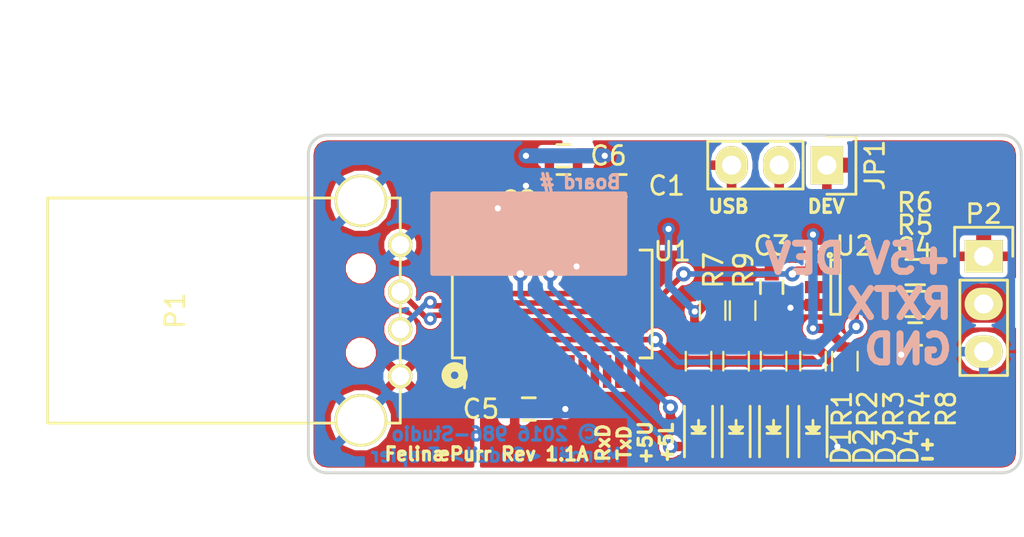
<source format=kicad_pcb>
(kicad_pcb (version 4) (host pcbnew "(2016-07-14 BZR 6980)-product")

  (general
    (links 50)
    (no_connects 0)
    (area 131.914286 73.3 186.075001 103.445001)
    (thickness 1.6)
    (drawings 24)
    (tracks 182)
    (zones 0)
    (modules 24)
    (nets 34)
  )

  (page A4)
  (layers
    (0 F.Cu signal)
    (31 B.Cu signal)
    (35 F.Paste user)
    (36 B.SilkS user)
    (37 F.SilkS user)
    (38 B.Mask user)
    (39 F.Mask user)
    (44 Edge.Cuts user)
  )

  (setup
    (last_trace_width 0.1524)
    (user_trace_width 0.3)
    (user_trace_width 0.4)
    (user_trace_width 0.5)
    (user_trace_width 0.6)
    (user_trace_width 0.7)
    (user_trace_width 0.8)
    (trace_clearance 0.1524)
    (zone_clearance 0.2)
    (zone_45_only no)
    (trace_min 0.1524)
    (segment_width 0.2)
    (edge_width 0.15)
    (via_size 0.6858)
    (via_drill 0.3302)
    (via_min_size 0.6858)
    (via_min_drill 0.3302)
    (uvia_size 0.3)
    (uvia_drill 0.1)
    (uvias_allowed no)
    (uvia_min_size 0)
    (uvia_min_drill 0)
    (pcb_text_width 0.3)
    (pcb_text_size 1.5 1.5)
    (mod_edge_width 0.15)
    (mod_text_size 1 1)
    (mod_text_width 0.15)
    (pad_size 1.55 1.55)
    (pad_drill 1.15)
    (pad_to_mask_clearance 0)
    (aux_axis_origin 0 0)
    (visible_elements FFFFFF7F)
    (pcbplotparams
      (layerselection 0x010f8_ffffffff)
      (usegerberextensions true)
      (excludeedgelayer true)
      (linewidth 0.150000)
      (plotframeref false)
      (viasonmask false)
      (mode 1)
      (useauxorigin false)
      (hpglpennumber 1)
      (hpglpenspeed 20)
      (hpglpendiameter 15)
      (psnegative false)
      (psa4output false)
      (plotreference true)
      (plotvalue true)
      (plotinvisibletext false)
      (padsonsilk false)
      (subtractmaskfromsilk true)
      (outputformat 1)
      (mirror false)
      (drillshape 0)
      (scaleselection 1)
      (outputdirectory Gerbers/))
  )

  (net 0 "")
  (net 1 "Net-(C1-Pad1)")
  (net 2 GND)
  (net 3 +5VD)
  (net 4 +5V)
  (net 5 /RXTXout)
  (net 6 "Net-(D1-Pad2)")
  (net 7 "Net-(D1-Pad1)")
  (net 8 "Net-(D2-Pad2)")
  (net 9 "Net-(D2-Pad1)")
  (net 10 "Net-(D3-Pad2)")
  (net 11 +5VL)
  (net 12 "Net-(D4-Pad2)")
  (net 13 /RXTX)
  (net 14 /TxD)
  (net 15 "Net-(U1-Pad2)")
  (net 16 "Net-(U1-Pad3)")
  (net 17 "Net-(U1-Pad6)")
  (net 18 "Net-(U1-Pad8)")
  (net 19 "Net-(U1-Pad9)")
  (net 20 "Net-(U1-Pad10)")
  (net 21 "Net-(U1-Pad11)")
  (net 22 "Net-(U1-Pad12)")
  (net 23 "Net-(U1-Pad13)")
  (net 24 "Net-(U1-Pad14)")
  (net 25 "Net-(U1-Pad19)")
  (net 26 "Net-(U1-Pad24)")
  (net 27 "Net-(U1-Pad27)")
  (net 28 "Net-(U1-Pad28)")
  (net 29 "Net-(R2-Pad1)")
  (net 30 "Net-(R4-Pad1)")
  (net 31 "Net-(R3-Pad1)")
  (net 32 /D+)
  (net 33 /D-)

  (net_class Default "This is the default net class."
    (clearance 0.1524)
    (trace_width 0.1524)
    (via_dia 0.6858)
    (via_drill 0.3302)
    (uvia_dia 0.3)
    (uvia_drill 0.1)
    (add_net /D+)
    (add_net /D-)
    (add_net "Net-(R2-Pad1)")
    (add_net "Net-(R3-Pad1)")
    (add_net "Net-(R4-Pad1)")
  )

  (net_class Normal ""
    (clearance 0.1524)
    (trace_width 0.2)
    (via_dia 0.8)
    (via_drill 0.4)
    (uvia_dia 0.3)
    (uvia_drill 0.1)
    (add_net /RXTX)
    (add_net /RXTXout)
    (add_net /TxD)
    (add_net "Net-(C1-Pad1)")
    (add_net "Net-(D1-Pad1)")
    (add_net "Net-(D1-Pad2)")
    (add_net "Net-(D2-Pad1)")
    (add_net "Net-(D2-Pad2)")
    (add_net "Net-(D3-Pad2)")
    (add_net "Net-(D4-Pad2)")
    (add_net "Net-(U1-Pad10)")
    (add_net "Net-(U1-Pad11)")
    (add_net "Net-(U1-Pad12)")
    (add_net "Net-(U1-Pad13)")
    (add_net "Net-(U1-Pad14)")
    (add_net "Net-(U1-Pad19)")
    (add_net "Net-(U1-Pad2)")
    (add_net "Net-(U1-Pad24)")
    (add_net "Net-(U1-Pad27)")
    (add_net "Net-(U1-Pad28)")
    (add_net "Net-(U1-Pad3)")
    (add_net "Net-(U1-Pad6)")
    (add_net "Net-(U1-Pad8)")
    (add_net "Net-(U1-Pad9)")
  )

  (net_class Power ""
    (clearance 0.1524)
    (trace_width 0.25)
    (via_dia 0.6858)
    (via_drill 0.3302)
    (uvia_dia 0.3)
    (uvia_drill 0.1)
    (add_net +5V)
    (add_net +5VD)
    (add_net +5VL)
    (add_net GND)
  )

  (module Capacitors_SMD:C_0603 (layer F.Cu) (tedit 5415D631) (tstamp 57892645)
    (at 164.6 82.7 180)
    (descr "Capacitor SMD 0603, reflow soldering, AVX (see smccp.pdf)")
    (tags "capacitor 0603")
    (path /5788CDCA)
    (attr smd)
    (fp_text reference C1 (at -2.5 0 180) (layer F.SilkS)
      (effects (font (size 1 1) (thickness 0.15)))
    )
    (fp_text value 100n (at 0 1.9 180) (layer F.Fab)
      (effects (font (size 1 1) (thickness 0.15)))
    )
    (fp_line (start -1.45 -0.75) (end 1.45 -0.75) (layer F.CrtYd) (width 0.05))
    (fp_line (start -1.45 0.75) (end 1.45 0.75) (layer F.CrtYd) (width 0.05))
    (fp_line (start -1.45 -0.75) (end -1.45 0.75) (layer F.CrtYd) (width 0.05))
    (fp_line (start 1.45 -0.75) (end 1.45 0.75) (layer F.CrtYd) (width 0.05))
    (fp_line (start -0.35 -0.6) (end 0.35 -0.6) (layer F.SilkS) (width 0.15))
    (fp_line (start 0.35 0.6) (end -0.35 0.6) (layer F.SilkS) (width 0.15))
    (pad 1 smd rect (at -0.75 0 180) (size 0.8 0.75) (layers F.Cu F.Mask)
      (net 1 "Net-(C1-Pad1)"))
    (pad 2 smd rect (at 0.75 0 180) (size 0.8 0.75) (layers F.Cu F.Mask)
      (net 2 GND))
    (model Capacitors_SMD.3dshapes/C_0603.wrl
      (at (xyz 0 0 0))
      (scale (xyz 1 1 1))
      (rotate (xyz 0 0 0))
    )
  )

  (module Capacitors_SMD:C_0603 (layer F.Cu) (tedit 5415D631) (tstamp 57892651)
    (at 161.6 82.7 180)
    (descr "Capacitor SMD 0603, reflow soldering, AVX (see smccp.pdf)")
    (tags "capacitor 0603")
    (path /5788EC64)
    (attr smd)
    (fp_text reference C2 (at 2.4 -0.8 180) (layer F.SilkS)
      (effects (font (size 1 1) (thickness 0.15)))
    )
    (fp_text value 0.1u (at 0 1.9 180) (layer F.Fab)
      (effects (font (size 1 1) (thickness 0.15)))
    )
    (fp_line (start -1.45 -0.75) (end 1.45 -0.75) (layer F.CrtYd) (width 0.05))
    (fp_line (start -1.45 0.75) (end 1.45 0.75) (layer F.CrtYd) (width 0.05))
    (fp_line (start -1.45 -0.75) (end -1.45 0.75) (layer F.CrtYd) (width 0.05))
    (fp_line (start 1.45 -0.75) (end 1.45 0.75) (layer F.CrtYd) (width 0.05))
    (fp_line (start -0.35 -0.6) (end 0.35 -0.6) (layer F.SilkS) (width 0.15))
    (fp_line (start 0.35 0.6) (end -0.35 0.6) (layer F.SilkS) (width 0.15))
    (pad 1 smd rect (at -0.75 0 180) (size 0.8 0.75) (layers F.Cu F.Mask)
      (net 3 +5VD))
    (pad 2 smd rect (at 0.75 0 180) (size 0.8 0.75) (layers F.Cu F.Mask)
      (net 2 GND))
    (model Capacitors_SMD.3dshapes/C_0603.wrl
      (at (xyz 0 0 0))
      (scale (xyz 1 1 1))
      (rotate (xyz 0 0 0))
    )
  )

  (module Capacitors_SMD:C_0603 (layer F.Cu) (tedit 5415D631) (tstamp 5789265D)
    (at 172.7 88.1 270)
    (descr "Capacitor SMD 0603, reflow soldering, AVX (see smccp.pdf)")
    (tags "capacitor 0603")
    (path /5788C6C1)
    (attr smd)
    (fp_text reference C3 (at -2.2 0) (layer F.SilkS)
      (effects (font (size 1 1) (thickness 0.15)))
    )
    (fp_text value 0.1u (at 0 1.9 270) (layer F.Fab)
      (effects (font (size 1 1) (thickness 0.15)))
    )
    (fp_line (start -1.45 -0.75) (end 1.45 -0.75) (layer F.CrtYd) (width 0.05))
    (fp_line (start -1.45 0.75) (end 1.45 0.75) (layer F.CrtYd) (width 0.05))
    (fp_line (start -1.45 -0.75) (end -1.45 0.75) (layer F.CrtYd) (width 0.05))
    (fp_line (start 1.45 -0.75) (end 1.45 0.75) (layer F.CrtYd) (width 0.05))
    (fp_line (start -0.35 -0.6) (end 0.35 -0.6) (layer F.SilkS) (width 0.15))
    (fp_line (start 0.35 0.6) (end -0.35 0.6) (layer F.SilkS) (width 0.15))
    (pad 1 smd rect (at -0.75 0 270) (size 0.8 0.75) (layers F.Cu F.Mask)
      (net 4 +5V))
    (pad 2 smd rect (at 0.75 0 270) (size 0.8 0.75) (layers F.Cu F.Mask)
      (net 2 GND))
    (model Capacitors_SMD.3dshapes/C_0603.wrl
      (at (xyz 0 0 0))
      (scale (xyz 1 1 1))
      (rotate (xyz 0 0 0))
    )
  )

  (module Capacitors_SMD:C_0603 (layer F.Cu) (tedit 5788E3B2) (tstamp 57892669)
    (at 180.35 90.6 180)
    (descr "Capacitor SMD 0603, reflow soldering, AVX (see smccp.pdf)")
    (tags "capacitor 0603")
    (path /5788FCFD)
    (attr smd)
    (fp_text reference C4 (at 0.05 4.6 180) (layer F.SilkS)
      (effects (font (size 1 1) (thickness 0.15)))
    )
    (fp_text value 330p (at 0 1.9 180) (layer F.Fab)
      (effects (font (size 1 1) (thickness 0.15)))
    )
    (fp_line (start -1.45 -0.75) (end 1.45 -0.75) (layer F.CrtYd) (width 0.05))
    (fp_line (start -1.45 0.75) (end 1.45 0.75) (layer F.CrtYd) (width 0.05))
    (fp_line (start -1.45 -0.75) (end -1.45 0.75) (layer F.CrtYd) (width 0.05))
    (fp_line (start 1.45 -0.75) (end 1.45 0.75) (layer F.CrtYd) (width 0.05))
    (fp_line (start -0.35 -0.6) (end 0.35 -0.6) (layer F.SilkS) (width 0.15))
    (fp_line (start 0.35 0.6) (end -0.35 0.6) (layer F.SilkS) (width 0.15))
    (pad 1 smd rect (at -0.75 0 180) (size 0.8 0.75) (layers F.Cu F.Mask)
      (net 5 /RXTXout) (zone_connect 2))
    (pad 2 smd rect (at 0.75 0 180) (size 0.8 0.75) (layers F.Cu F.Mask)
      (net 2 GND))
    (model Capacitors_SMD.3dshapes/C_0603.wrl
      (at (xyz 0 0 0))
      (scale (xyz 1 1 1))
      (rotate (xyz 0 0 0))
    )
  )

  (module LEDs:LED-0805 (layer F.Cu) (tedit 55BDE1C2) (tstamp 5789267C)
    (at 168.8 95.54902 90)
    (descr "LED 0805 smd package")
    (tags "LED 0805 SMD")
    (path /5788D434)
    (attr smd)
    (fp_text reference D1 (at -1.05098 7.6 90) (layer F.SilkS)
      (effects (font (size 1 1) (thickness 0.15)))
    )
    (fp_text value Green (at 0 1.75 90) (layer F.Fab)
      (effects (font (size 1 1) (thickness 0.15)))
    )
    (fp_line (start -1.6 0.75) (end 1.1 0.75) (layer F.SilkS) (width 0.15))
    (fp_line (start -1.6 -0.75) (end 1.1 -0.75) (layer F.SilkS) (width 0.15))
    (fp_line (start -0.1 0.15) (end -0.1 -0.1) (layer F.SilkS) (width 0.15))
    (fp_line (start -0.1 -0.1) (end -0.25 0.05) (layer F.SilkS) (width 0.15))
    (fp_line (start -0.35 -0.35) (end -0.35 0.35) (layer F.SilkS) (width 0.15))
    (fp_line (start 0 0) (end 0.35 0) (layer F.SilkS) (width 0.15))
    (fp_line (start -0.35 0) (end 0 -0.35) (layer F.SilkS) (width 0.15))
    (fp_line (start 0 -0.35) (end 0 0.35) (layer F.SilkS) (width 0.15))
    (fp_line (start 0 0.35) (end -0.35 0) (layer F.SilkS) (width 0.15))
    (fp_line (start 1.9 -0.95) (end 1.9 0.95) (layer F.CrtYd) (width 0.05))
    (fp_line (start 1.9 0.95) (end -1.9 0.95) (layer F.CrtYd) (width 0.05))
    (fp_line (start -1.9 0.95) (end -1.9 -0.95) (layer F.CrtYd) (width 0.05))
    (fp_line (start -1.9 -0.95) (end 1.9 -0.95) (layer F.CrtYd) (width 0.05))
    (pad 2 smd rect (at 1.04902 0 270) (size 1.19888 1.19888) (layers F.Cu F.Mask)
      (net 6 "Net-(D1-Pad2)"))
    (pad 1 smd rect (at -1.04902 0 270) (size 1.19888 1.19888) (layers F.Cu F.Mask)
      (net 7 "Net-(D1-Pad1)"))
    (model LEDs.3dshapes/LED-0805.wrl
      (at (xyz 0 0 0))
      (scale (xyz 1 1 1))
      (rotate (xyz 0 0 0))
    )
  )

  (module LEDs:LED-0805 (layer F.Cu) (tedit 55BDE1C2) (tstamp 5789268F)
    (at 170.8 95.54902 90)
    (descr "LED 0805 smd package")
    (tags "LED 0805 SMD")
    (path /5788D49B)
    (attr smd)
    (fp_text reference D2 (at -1.05098 6.8 90) (layer F.SilkS)
      (effects (font (size 1 1) (thickness 0.15)))
    )
    (fp_text value Red (at 0 1.75 90) (layer F.Fab)
      (effects (font (size 1 1) (thickness 0.15)))
    )
    (fp_line (start -1.6 0.75) (end 1.1 0.75) (layer F.SilkS) (width 0.15))
    (fp_line (start -1.6 -0.75) (end 1.1 -0.75) (layer F.SilkS) (width 0.15))
    (fp_line (start -0.1 0.15) (end -0.1 -0.1) (layer F.SilkS) (width 0.15))
    (fp_line (start -0.1 -0.1) (end -0.25 0.05) (layer F.SilkS) (width 0.15))
    (fp_line (start -0.35 -0.35) (end -0.35 0.35) (layer F.SilkS) (width 0.15))
    (fp_line (start 0 0) (end 0.35 0) (layer F.SilkS) (width 0.15))
    (fp_line (start -0.35 0) (end 0 -0.35) (layer F.SilkS) (width 0.15))
    (fp_line (start 0 -0.35) (end 0 0.35) (layer F.SilkS) (width 0.15))
    (fp_line (start 0 0.35) (end -0.35 0) (layer F.SilkS) (width 0.15))
    (fp_line (start 1.9 -0.95) (end 1.9 0.95) (layer F.CrtYd) (width 0.05))
    (fp_line (start 1.9 0.95) (end -1.9 0.95) (layer F.CrtYd) (width 0.05))
    (fp_line (start -1.9 0.95) (end -1.9 -0.95) (layer F.CrtYd) (width 0.05))
    (fp_line (start -1.9 -0.95) (end 1.9 -0.95) (layer F.CrtYd) (width 0.05))
    (pad 2 smd rect (at 1.04902 0 270) (size 1.19888 1.19888) (layers F.Cu F.Mask)
      (net 8 "Net-(D2-Pad2)"))
    (pad 1 smd rect (at -1.04902 0 270) (size 1.19888 1.19888) (layers F.Cu F.Mask)
      (net 9 "Net-(D2-Pad1)"))
    (model LEDs.3dshapes/LED-0805.wrl
      (at (xyz 0 0 0))
      (scale (xyz 1 1 1))
      (rotate (xyz 0 0 0))
    )
  )

  (module LEDs:LED-0805 (layer F.Cu) (tedit 55BDE1C2) (tstamp 578926A2)
    (at 172.8 95.54902 90)
    (descr "LED 0805 smd package")
    (tags "LED 0805 SMD")
    (path /5788DACE)
    (attr smd)
    (fp_text reference D3 (at -1.05098 6 90) (layer F.SilkS)
      (effects (font (size 1 1) (thickness 0.15)))
    )
    (fp_text value Blue (at 0 1.75 90) (layer F.Fab)
      (effects (font (size 1 1) (thickness 0.15)))
    )
    (fp_line (start -1.6 0.75) (end 1.1 0.75) (layer F.SilkS) (width 0.15))
    (fp_line (start -1.6 -0.75) (end 1.1 -0.75) (layer F.SilkS) (width 0.15))
    (fp_line (start -0.1 0.15) (end -0.1 -0.1) (layer F.SilkS) (width 0.15))
    (fp_line (start -0.1 -0.1) (end -0.25 0.05) (layer F.SilkS) (width 0.15))
    (fp_line (start -0.35 -0.35) (end -0.35 0.35) (layer F.SilkS) (width 0.15))
    (fp_line (start 0 0) (end 0.35 0) (layer F.SilkS) (width 0.15))
    (fp_line (start -0.35 0) (end 0 -0.35) (layer F.SilkS) (width 0.15))
    (fp_line (start 0 -0.35) (end 0 0.35) (layer F.SilkS) (width 0.15))
    (fp_line (start 0 0.35) (end -0.35 0) (layer F.SilkS) (width 0.15))
    (fp_line (start 1.9 -0.95) (end 1.9 0.95) (layer F.CrtYd) (width 0.05))
    (fp_line (start 1.9 0.95) (end -1.9 0.95) (layer F.CrtYd) (width 0.05))
    (fp_line (start -1.9 0.95) (end -1.9 -0.95) (layer F.CrtYd) (width 0.05))
    (fp_line (start -1.9 -0.95) (end 1.9 -0.95) (layer F.CrtYd) (width 0.05))
    (pad 2 smd rect (at 1.04902 0 270) (size 1.19888 1.19888) (layers F.Cu F.Mask)
      (net 10 "Net-(D3-Pad2)"))
    (pad 1 smd rect (at -1.04902 0 270) (size 1.19888 1.19888) (layers F.Cu F.Mask)
      (net 2 GND))
    (model LEDs.3dshapes/LED-0805.wrl
      (at (xyz 0 0 0))
      (scale (xyz 1 1 1))
      (rotate (xyz 0 0 0))
    )
  )

  (module Pin_Headers:Pin_Header_Straight_1x03 (layer F.Cu) (tedit 0) (tstamp 578926B4)
    (at 175.64 81.6 270)
    (descr "Through hole pin header")
    (tags "pin header")
    (path /5788BF7C)
    (fp_text reference JP1 (at 0 -2.56 270) (layer F.SilkS)
      (effects (font (size 1 1) (thickness 0.15)))
    )
    (fp_text value JUMPER3 (at 0 -3.1 270) (layer F.Fab)
      (effects (font (size 1 1) (thickness 0.15)))
    )
    (fp_line (start -1.75 -1.75) (end -1.75 6.85) (layer F.CrtYd) (width 0.05))
    (fp_line (start 1.75 -1.75) (end 1.75 6.85) (layer F.CrtYd) (width 0.05))
    (fp_line (start -1.75 -1.75) (end 1.75 -1.75) (layer F.CrtYd) (width 0.05))
    (fp_line (start -1.75 6.85) (end 1.75 6.85) (layer F.CrtYd) (width 0.05))
    (fp_line (start -1.27 1.27) (end -1.27 6.35) (layer F.SilkS) (width 0.15))
    (fp_line (start -1.27 6.35) (end 1.27 6.35) (layer F.SilkS) (width 0.15))
    (fp_line (start 1.27 6.35) (end 1.27 1.27) (layer F.SilkS) (width 0.15))
    (fp_line (start 1.55 -1.55) (end 1.55 0) (layer F.SilkS) (width 0.15))
    (fp_line (start 1.27 1.27) (end -1.27 1.27) (layer F.SilkS) (width 0.15))
    (fp_line (start -1.55 0) (end -1.55 -1.55) (layer F.SilkS) (width 0.15))
    (fp_line (start -1.55 -1.55) (end 1.55 -1.55) (layer F.SilkS) (width 0.15))
    (pad 1 thru_hole rect (at 0 0 270) (size 2.032 1.7272) (drill 1.016) (layers *.Cu *.Mask F.SilkS)
      (net 11 +5VL))
    (pad 2 thru_hole oval (at 0 2.54 270) (size 2.032 1.7272) (drill 1.016) (layers *.Cu *.Mask F.SilkS)
      (net 4 +5V))
    (pad 3 thru_hole oval (at 0 5.08 270) (size 2.032 1.7272) (drill 1.016) (layers *.Cu *.Mask F.SilkS)
      (net 3 +5VD))
    (model Pin_Headers.3dshapes/Pin_Header_Straight_1x03.wrl
      (at (xyz 0 -0.1 0))
      (scale (xyz 1 1 1))
      (rotate (xyz 0 0 90))
    )
  )

  (module Resistors_SMD:R_0603 (layer F.Cu) (tedit 5788E3AA) (tstamp 57892706)
    (at 180.35 89 180)
    (descr "Resistor SMD 0603, reflow soldering, Vishay (see dcrcw.pdf)")
    (tags "resistor 0603")
    (path /5788F6C0)
    (attr smd)
    (fp_text reference R5 (at 0 4.2 180) (layer F.SilkS)
      (effects (font (size 1 1) (thickness 0.15)))
    )
    (fp_text value 100 (at 0 1.9 180) (layer F.Fab)
      (effects (font (size 1 1) (thickness 0.15)))
    )
    (fp_line (start -1.3 -0.8) (end 1.3 -0.8) (layer F.CrtYd) (width 0.05))
    (fp_line (start -1.3 0.8) (end 1.3 0.8) (layer F.CrtYd) (width 0.05))
    (fp_line (start -1.3 -0.8) (end -1.3 0.8) (layer F.CrtYd) (width 0.05))
    (fp_line (start 1.3 -0.8) (end 1.3 0.8) (layer F.CrtYd) (width 0.05))
    (fp_line (start 0.5 0.675) (end -0.5 0.675) (layer F.SilkS) (width 0.15))
    (fp_line (start -0.5 -0.675) (end 0.5 -0.675) (layer F.SilkS) (width 0.15))
    (pad 1 smd rect (at -0.75 0 180) (size 0.5 0.9) (layers F.Cu F.Mask)
      (net 5 /RXTXout) (zone_connect 2))
    (pad 2 smd rect (at 0.75 0 180) (size 0.5 0.9) (layers F.Cu F.Mask)
      (net 13 /RXTX))
    (model Resistors_SMD.3dshapes/R_0603.wrl
      (at (xyz 0 0 0))
      (scale (xyz 1 1 1))
      (rotate (xyz 0 0 0))
    )
  )

  (module Resistors_SMD:R_0603 (layer F.Cu) (tedit 5788E39F) (tstamp 57892712)
    (at 180.35 87.3)
    (descr "Resistor SMD 0603, reflow soldering, Vishay (see dcrcw.pdf)")
    (tags "resistor 0603")
    (path /5788FB48)
    (attr smd)
    (fp_text reference R6 (at 0 -3.7) (layer F.SilkS)
      (effects (font (size 1 1) (thickness 0.15)))
    )
    (fp_text value 18K (at 0 1.9) (layer F.Fab)
      (effects (font (size 1 1) (thickness 0.15)))
    )
    (fp_line (start -1.3 -0.8) (end 1.3 -0.8) (layer F.CrtYd) (width 0.05))
    (fp_line (start -1.3 0.8) (end 1.3 0.8) (layer F.CrtYd) (width 0.05))
    (fp_line (start -1.3 -0.8) (end -1.3 0.8) (layer F.CrtYd) (width 0.05))
    (fp_line (start 1.3 -0.8) (end 1.3 0.8) (layer F.CrtYd) (width 0.05))
    (fp_line (start 0.5 0.675) (end -0.5 0.675) (layer F.SilkS) (width 0.15))
    (fp_line (start -0.5 -0.675) (end 0.5 -0.675) (layer F.SilkS) (width 0.15))
    (pad 1 smd rect (at -0.75 0) (size 0.5 0.9) (layers F.Cu F.Mask)
      (net 4 +5V))
    (pad 2 smd rect (at 0.75 0) (size 0.5 0.9) (layers F.Cu F.Mask)
      (net 5 /RXTXout) (zone_connect 2))
    (model Resistors_SMD.3dshapes/R_0603.wrl
      (at (xyz 0 0 0))
      (scale (xyz 1 1 1))
      (rotate (xyz 0 0 0))
    )
  )

  (module Housings_SSOP:SSOP-28_5.3x10.2mm_Pitch0.65mm (layer F.Cu) (tedit 54130A77) (tstamp 5789273D)
    (at 161 89 90)
    (descr "28-Lead Plastic Shrink Small Outline (SS)-5.30 mm Body [SSOP] (see Microchip Packaging Specification 00000049BS.pdf)")
    (tags "SSOP 0.65")
    (path /5788C982)
    (attr smd)
    (fp_text reference U1 (at 2.8 6.4 180) (layer F.SilkS)
      (effects (font (size 1 1) (thickness 0.15)))
    )
    (fp_text value FT232RL (at 0 6.25 90) (layer F.Fab)
      (effects (font (size 1 1) (thickness 0.15)))
    )
    (fp_line (start -4.75 -5.5) (end -4.75 5.5) (layer F.CrtYd) (width 0.05))
    (fp_line (start 4.75 -5.5) (end 4.75 5.5) (layer F.CrtYd) (width 0.05))
    (fp_line (start -4.75 -5.5) (end 4.75 -5.5) (layer F.CrtYd) (width 0.05))
    (fp_line (start -4.75 5.5) (end 4.75 5.5) (layer F.CrtYd) (width 0.05))
    (fp_line (start -2.875 -5.325) (end -2.875 -4.675) (layer F.SilkS) (width 0.15))
    (fp_line (start 2.875 -5.325) (end 2.875 -4.675) (layer F.SilkS) (width 0.15))
    (fp_line (start 2.875 5.325) (end 2.875 4.675) (layer F.SilkS) (width 0.15))
    (fp_line (start -2.875 5.325) (end -2.875 4.675) (layer F.SilkS) (width 0.15))
    (fp_line (start -2.875 -5.325) (end 2.875 -5.325) (layer F.SilkS) (width 0.15))
    (fp_line (start -2.875 5.325) (end 2.875 5.325) (layer F.SilkS) (width 0.15))
    (fp_line (start -2.875 -4.675) (end -4.475 -4.675) (layer F.SilkS) (width 0.15))
    (pad 1 smd rect (at -3.6 -4.225 90) (size 1.75 0.45) (layers F.Cu F.Mask)
      (net 14 /TxD))
    (pad 2 smd rect (at -3.6 -3.575 90) (size 1.75 0.45) (layers F.Cu F.Mask)
      (net 15 "Net-(U1-Pad2)"))
    (pad 3 smd rect (at -3.6 -2.925 90) (size 1.75 0.45) (layers F.Cu F.Mask)
      (net 16 "Net-(U1-Pad3)"))
    (pad 4 smd rect (at -3.6 -2.275 90) (size 1.75 0.45) (layers F.Cu F.Mask)
      (net 4 +5V))
    (pad 5 smd rect (at -3.6 -1.625 90) (size 1.75 0.45) (layers F.Cu F.Mask)
      (net 13 /RXTX))
    (pad 6 smd rect (at -3.6 -0.975 90) (size 1.75 0.45) (layers F.Cu F.Mask)
      (net 17 "Net-(U1-Pad6)"))
    (pad 7 smd rect (at -3.6 -0.325 90) (size 1.75 0.45) (layers F.Cu F.Mask)
      (net 2 GND))
    (pad 8 smd rect (at -3.6 0.325 90) (size 1.75 0.45) (layers F.Cu F.Mask)
      (net 18 "Net-(U1-Pad8)"))
    (pad 9 smd rect (at -3.6 0.975 90) (size 1.75 0.45) (layers F.Cu F.Mask)
      (net 19 "Net-(U1-Pad9)"))
    (pad 10 smd rect (at -3.6 1.625 90) (size 1.75 0.45) (layers F.Cu F.Mask)
      (net 20 "Net-(U1-Pad10)"))
    (pad 11 smd rect (at -3.6 2.275 90) (size 1.75 0.45) (layers F.Cu F.Mask)
      (net 21 "Net-(U1-Pad11)"))
    (pad 12 smd rect (at -3.6 2.925 90) (size 1.75 0.45) (layers F.Cu F.Mask)
      (net 22 "Net-(U1-Pad12)"))
    (pad 13 smd rect (at -3.6 3.575 90) (size 1.75 0.45) (layers F.Cu F.Mask)
      (net 23 "Net-(U1-Pad13)"))
    (pad 14 smd rect (at -3.6 4.225 90) (size 1.75 0.45) (layers F.Cu F.Mask)
      (net 24 "Net-(U1-Pad14)"))
    (pad 15 smd rect (at 3.6 4.225 90) (size 1.75 0.45) (layers F.Cu F.Mask)
      (net 32 /D+))
    (pad 16 smd rect (at 3.6 3.575 90) (size 1.75 0.45) (layers F.Cu F.Mask)
      (net 33 /D-))
    (pad 17 smd rect (at 3.6 2.925 90) (size 1.75 0.45) (layers F.Cu F.Mask)
      (net 1 "Net-(C1-Pad1)"))
    (pad 18 smd rect (at 3.6 2.275 90) (size 1.75 0.45) (layers F.Cu F.Mask)
      (net 2 GND))
    (pad 19 smd rect (at 3.6 1.625 90) (size 1.75 0.45) (layers F.Cu F.Mask)
      (net 25 "Net-(U1-Pad19)"))
    (pad 20 smd rect (at 3.6 0.975 90) (size 1.75 0.45) (layers F.Cu F.Mask)
      (net 3 +5VD))
    (pad 21 smd rect (at 3.6 0.325 90) (size 1.75 0.45) (layers F.Cu F.Mask)
      (net 2 GND))
    (pad 22 smd rect (at 3.6 -0.325 90) (size 1.75 0.45) (layers F.Cu F.Mask)
      (net 9 "Net-(D2-Pad1)"))
    (pad 23 smd rect (at 3.6 -0.975 90) (size 1.75 0.45) (layers F.Cu F.Mask)
      (net 7 "Net-(D1-Pad1)"))
    (pad 24 smd rect (at 3.6 -1.625 90) (size 1.75 0.45) (layers F.Cu F.Mask)
      (net 26 "Net-(U1-Pad24)"))
    (pad 25 smd rect (at 3.6 -2.275 90) (size 1.75 0.45) (layers F.Cu F.Mask)
      (net 2 GND))
    (pad 26 smd rect (at 3.6 -2.925 90) (size 1.75 0.45) (layers F.Cu F.Mask)
      (net 2 GND))
    (pad 27 smd rect (at 3.6 -3.575 90) (size 1.75 0.45) (layers F.Cu F.Mask)
      (net 27 "Net-(U1-Pad27)"))
    (pad 28 smd rect (at 3.6 -4.225 90) (size 1.75 0.45) (layers F.Cu F.Mask)
      (net 28 "Net-(U1-Pad28)"))
    (model Housings_SSOP.3dshapes/SSOP-28_5.3x10.2mm_Pitch0.65mm.wrl
      (at (xyz 0 0 0))
      (scale (xyz 1 1 1))
      (rotate (xyz 0 0 0))
    )
  )

  (module TO_SOT_Packages_SMD:SOT-23-5 (layer F.Cu) (tedit 55360473) (tstamp 5789274F)
    (at 176.1 88.1)
    (descr "5-pin SOT23 package")
    (tags SOT-23-5)
    (path /58FCCB54)
    (attr smd)
    (fp_text reference U2 (at 1 -2.2) (layer F.SilkS)
      (effects (font (size 1 1) (thickness 0.15)))
    )
    (fp_text value SN74LVC1G125-Q1 (at -0.05 2.35) (layer F.Fab)
      (effects (font (size 1 1) (thickness 0.15)))
    )
    (fp_line (start -1.8 -1.6) (end 1.8 -1.6) (layer F.CrtYd) (width 0.05))
    (fp_line (start 1.8 -1.6) (end 1.8 1.6) (layer F.CrtYd) (width 0.05))
    (fp_line (start 1.8 1.6) (end -1.8 1.6) (layer F.CrtYd) (width 0.05))
    (fp_line (start -1.8 1.6) (end -1.8 -1.6) (layer F.CrtYd) (width 0.05))
    (fp_circle (center -0.3 -1.7) (end -0.2 -1.7) (layer F.SilkS) (width 0.15))
    (fp_line (start 0.25 -1.45) (end -0.25 -1.45) (layer F.SilkS) (width 0.15))
    (fp_line (start 0.25 1.45) (end 0.25 -1.45) (layer F.SilkS) (width 0.15))
    (fp_line (start -0.25 1.45) (end 0.25 1.45) (layer F.SilkS) (width 0.15))
    (fp_line (start -0.25 -1.45) (end -0.25 1.45) (layer F.SilkS) (width 0.15))
    (pad 1 smd rect (at -1.1 -0.95) (size 1.06 0.65) (layers F.Cu F.Mask)
      (net 14 /TxD))
    (pad 2 smd rect (at -1.1 0) (size 1.06 0.65) (layers F.Cu F.Mask)
      (net 2 GND))
    (pad 3 smd rect (at -1.1 0.95) (size 1.06 0.65) (layers F.Cu F.Mask)
      (net 2 GND))
    (pad 4 smd rect (at 1.1 0.95) (size 1.06 0.65) (layers F.Cu F.Mask)
      (net 13 /RXTX))
    (pad 5 smd rect (at 1.1 -0.95) (size 1.06 0.65) (layers F.Cu F.Mask)
      (net 4 +5V))
    (model TO_SOT_Packages_SMD.3dshapes/SOT-23-5.wrl
      (at (xyz 0 0 0))
      (scale (xyz 1 1 1))
      (rotate (xyz 0 0 0))
    )
  )

  (module Pin_Headers:Pin_Header_Straight_1x03 (layer F.Cu) (tedit 5788E3B7) (tstamp 578A0167)
    (at 184 86.46)
    (descr "Through hole pin header")
    (tags "pin header")
    (path /5788BF2B)
    (fp_text reference P2 (at 0 -2.26) (layer F.SilkS)
      (effects (font (size 1 1) (thickness 0.15)))
    )
    (fp_text value JACK (at 0 -3.1) (layer F.Fab)
      (effects (font (size 1 1) (thickness 0.15)))
    )
    (fp_line (start -1.75 -1.75) (end -1.75 6.85) (layer F.CrtYd) (width 0.05))
    (fp_line (start 1.75 -1.75) (end 1.75 6.85) (layer F.CrtYd) (width 0.05))
    (fp_line (start -1.75 -1.75) (end 1.75 -1.75) (layer F.CrtYd) (width 0.05))
    (fp_line (start -1.75 6.85) (end 1.75 6.85) (layer F.CrtYd) (width 0.05))
    (fp_line (start -1.27 1.27) (end -1.27 6.35) (layer F.SilkS) (width 0.15))
    (fp_line (start -1.27 6.35) (end 1.27 6.35) (layer F.SilkS) (width 0.15))
    (fp_line (start 1.27 6.35) (end 1.27 1.27) (layer F.SilkS) (width 0.15))
    (fp_line (start 1.55 -1.55) (end 1.55 0) (layer F.SilkS) (width 0.15))
    (fp_line (start 1.27 1.27) (end -1.27 1.27) (layer F.SilkS) (width 0.15))
    (fp_line (start -1.55 0) (end -1.55 -1.55) (layer F.SilkS) (width 0.15))
    (fp_line (start -1.55 -1.55) (end 1.55 -1.55) (layer F.SilkS) (width 0.15))
    (pad 1 thru_hole rect (at 0 0) (size 2.032 1.7272) (drill 1.016) (layers *.Cu *.Mask F.SilkS)
      (net 11 +5VL))
    (pad 2 thru_hole oval (at 0 2.54) (size 2.032 1.7272) (drill 1.016) (layers *.Cu *.Mask F.SilkS)
      (net 5 /RXTXout) (zone_connect 2))
    (pad 3 thru_hole oval (at 0 5.08) (size 2.032 1.7272) (drill 1.016) (layers *.Cu *.Mask F.SilkS)
      (net 2 GND))
    (model Pin_Headers.3dshapes/Pin_Header_Straight_1x03.wrl
      (at (xyz 0 -0.1 0))
      (scale (xyz 1 1 1))
      (rotate (xyz 0 0 90))
    )
  )

  (module LEDs:LED-0805 (layer F.Cu) (tedit 55BDE1C2) (tstamp 578A0208)
    (at 174.9 95.55098 90)
    (descr "LED 0805 smd package")
    (tags "LED 0805 SMD")
    (path /5788DBDE)
    (attr smd)
    (fp_text reference D4 (at -1.04902 5.1 90) (layer F.SilkS)
      (effects (font (size 1 1) (thickness 0.15)))
    )
    (fp_text value Yellow (at 0 1.75 90) (layer F.Fab)
      (effects (font (size 1 1) (thickness 0.15)))
    )
    (fp_line (start -1.6 0.75) (end 1.1 0.75) (layer F.SilkS) (width 0.15))
    (fp_line (start -1.6 -0.75) (end 1.1 -0.75) (layer F.SilkS) (width 0.15))
    (fp_line (start -0.1 0.15) (end -0.1 -0.1) (layer F.SilkS) (width 0.15))
    (fp_line (start -0.1 -0.1) (end -0.25 0.05) (layer F.SilkS) (width 0.15))
    (fp_line (start -0.35 -0.35) (end -0.35 0.35) (layer F.SilkS) (width 0.15))
    (fp_line (start 0 0) (end 0.35 0) (layer F.SilkS) (width 0.15))
    (fp_line (start -0.35 0) (end 0 -0.35) (layer F.SilkS) (width 0.15))
    (fp_line (start 0 -0.35) (end 0 0.35) (layer F.SilkS) (width 0.15))
    (fp_line (start 0 0.35) (end -0.35 0) (layer F.SilkS) (width 0.15))
    (fp_line (start 1.9 -0.95) (end 1.9 0.95) (layer F.CrtYd) (width 0.05))
    (fp_line (start 1.9 0.95) (end -1.9 0.95) (layer F.CrtYd) (width 0.05))
    (fp_line (start -1.9 0.95) (end -1.9 -0.95) (layer F.CrtYd) (width 0.05))
    (fp_line (start -1.9 -0.95) (end 1.9 -0.95) (layer F.CrtYd) (width 0.05))
    (pad 2 smd rect (at 1.04902 0 270) (size 1.19888 1.19888) (layers F.Cu F.Mask)
      (net 12 "Net-(D4-Pad2)"))
    (pad 1 smd rect (at -1.04902 0 270) (size 1.19888 1.19888) (layers F.Cu F.Mask)
      (net 2 GND))
    (model LEDs.3dshapes/LED-0805.wrl
      (at (xyz 0 0 0))
      (scale (xyz 1 1 1))
      (rotate (xyz 0 0 0))
    )
  )

  (module Capacitors_SMD:C_0603 (layer F.Cu) (tedit 5415D631) (tstamp 57890D30)
    (at 159.75 94.6)
    (descr "Capacitor SMD 0603, reflow soldering, AVX (see smccp.pdf)")
    (tags "capacitor 0603")
    (path /5789190D)
    (attr smd)
    (fp_text reference C5 (at -2.55 0) (layer F.SilkS)
      (effects (font (size 1 1) (thickness 0.15)))
    )
    (fp_text value 100n (at 0 1.9) (layer F.Fab)
      (effects (font (size 1 1) (thickness 0.15)))
    )
    (fp_line (start -1.45 -0.75) (end 1.45 -0.75) (layer F.CrtYd) (width 0.05))
    (fp_line (start -1.45 0.75) (end 1.45 0.75) (layer F.CrtYd) (width 0.05))
    (fp_line (start -1.45 -0.75) (end -1.45 0.75) (layer F.CrtYd) (width 0.05))
    (fp_line (start 1.45 -0.75) (end 1.45 0.75) (layer F.CrtYd) (width 0.05))
    (fp_line (start -0.35 -0.6) (end 0.35 -0.6) (layer F.SilkS) (width 0.15))
    (fp_line (start 0.35 0.6) (end -0.35 0.6) (layer F.SilkS) (width 0.15))
    (pad 1 smd rect (at -0.75 0) (size 0.8 0.75) (layers F.Cu F.Mask)
      (net 4 +5V))
    (pad 2 smd rect (at 0.75 0) (size 0.8 0.75) (layers F.Cu F.Mask)
      (net 2 GND))
    (model Capacitors_SMD.3dshapes/C_0603.wrl
      (at (xyz 0 0 0))
      (scale (xyz 1 1 1))
      (rotate (xyz 0 0 0))
    )
  )

  (module Capacitors_SMD:C_0603 (layer F.Cu) (tedit 5415D631) (tstamp 57890D52)
    (at 161.6 81.1 180)
    (descr "Capacitor SMD 0603, reflow soldering, AVX (see smccp.pdf)")
    (tags "capacitor 0603")
    (path /57890719)
    (attr smd)
    (fp_text reference C6 (at -2.4 0 180) (layer F.SilkS)
      (effects (font (size 1 1) (thickness 0.15)))
    )
    (fp_text value 4.7u (at 0 1.9 180) (layer F.Fab)
      (effects (font (size 1 1) (thickness 0.15)))
    )
    (fp_line (start -1.45 -0.75) (end 1.45 -0.75) (layer F.CrtYd) (width 0.05))
    (fp_line (start -1.45 0.75) (end 1.45 0.75) (layer F.CrtYd) (width 0.05))
    (fp_line (start -1.45 -0.75) (end -1.45 0.75) (layer F.CrtYd) (width 0.05))
    (fp_line (start 1.45 -0.75) (end 1.45 0.75) (layer F.CrtYd) (width 0.05))
    (fp_line (start -0.35 -0.6) (end 0.35 -0.6) (layer F.SilkS) (width 0.15))
    (fp_line (start 0.35 0.6) (end -0.35 0.6) (layer F.SilkS) (width 0.15))
    (pad 1 smd rect (at -0.75 0 180) (size 0.8 0.75) (layers F.Cu F.Mask)
      (net 3 +5VD))
    (pad 2 smd rect (at 0.75 0 180) (size 0.8 0.75) (layers F.Cu F.Mask)
      (net 2 GND))
    (model Capacitors_SMD.3dshapes/C_0603.wrl
      (at (xyz 0 0 0))
      (scale (xyz 1 1 1))
      (rotate (xyz 0 0 0))
    )
  )

  (module Resistors_SMD:R_0603 (layer F.Cu) (tedit 58E0A804) (tstamp 58FCCEE5)
    (at 171.15 89.35 270)
    (descr "Resistor SMD 0603, reflow soldering, Vishay (see dcrcw.pdf)")
    (tags "resistor 0603")
    (path /58FCD045)
    (attr smd)
    (fp_text reference R9 (at -2.15 -0.05 270) (layer F.SilkS)
      (effects (font (size 1 1) (thickness 0.15)))
    )
    (fp_text value 100 (at 0 1.5 270) (layer F.Fab)
      (effects (font (size 1 1) (thickness 0.15)))
    )
    (fp_text user %R (at 0 0 270) (layer F.Fab)
      (effects (font (size 0.5 0.5) (thickness 0.075)))
    )
    (fp_line (start -0.8 0.4) (end -0.8 -0.4) (layer F.Fab) (width 0.1))
    (fp_line (start 0.8 0.4) (end -0.8 0.4) (layer F.Fab) (width 0.1))
    (fp_line (start 0.8 -0.4) (end 0.8 0.4) (layer F.Fab) (width 0.1))
    (fp_line (start -0.8 -0.4) (end 0.8 -0.4) (layer F.Fab) (width 0.1))
    (fp_line (start 0.5 0.68) (end -0.5 0.68) (layer F.SilkS) (width 0.12))
    (fp_line (start -0.5 -0.68) (end 0.5 -0.68) (layer F.SilkS) (width 0.12))
    (fp_line (start -1.25 -0.7) (end 1.25 -0.7) (layer F.CrtYd) (width 0.05))
    (fp_line (start -1.25 -0.7) (end -1.25 0.7) (layer F.CrtYd) (width 0.05))
    (fp_line (start 1.25 0.7) (end 1.25 -0.7) (layer F.CrtYd) (width 0.05))
    (fp_line (start 1.25 0.7) (end -1.25 0.7) (layer F.CrtYd) (width 0.05))
    (pad 1 smd rect (at -0.75 0 270) (size 0.5 0.9) (layers F.Cu F.Mask)
      (net 3 +5VD))
    (pad 2 smd rect (at 0.75 0 270) (size 0.5 0.9) (layers F.Cu F.Mask)
      (net 31 "Net-(R3-Pad1)"))
    (model ${KISYS3DMOD}/Resistors_SMD.3dshapes/R_0603.wrl
      (at (xyz 0 0 0))
      (scale (xyz 1 1 1))
      (rotate (xyz 0 0 0))
    )
  )

  (module Resistors_SMD:R_0603 (layer F.Cu) (tedit 58E0A804) (tstamp 57895473)
    (at 169.55 89.35 270)
    (descr "Resistor SMD 0603, reflow soldering, Vishay (see dcrcw.pdf)")
    (tags "resistor 0603")
    (path /578954EA)
    (attr smd)
    (fp_text reference R7 (at -2.15 -0.05 270) (layer F.SilkS)
      (effects (font (size 1 1) (thickness 0.15)))
    )
    (fp_text value 100 (at 0 1.5 270) (layer F.Fab)
      (effects (font (size 1 1) (thickness 0.15)))
    )
    (fp_text user %R (at 0 0 270) (layer F.Fab)
      (effects (font (size 0.5 0.5) (thickness 0.075)))
    )
    (fp_line (start -0.8 0.4) (end -0.8 -0.4) (layer F.Fab) (width 0.1))
    (fp_line (start 0.8 0.4) (end -0.8 0.4) (layer F.Fab) (width 0.1))
    (fp_line (start 0.8 -0.4) (end 0.8 0.4) (layer F.Fab) (width 0.1))
    (fp_line (start -0.8 -0.4) (end 0.8 -0.4) (layer F.Fab) (width 0.1))
    (fp_line (start 0.5 0.68) (end -0.5 0.68) (layer F.SilkS) (width 0.12))
    (fp_line (start -0.5 -0.68) (end 0.5 -0.68) (layer F.SilkS) (width 0.12))
    (fp_line (start -1.25 -0.7) (end 1.25 -0.7) (layer F.CrtYd) (width 0.05))
    (fp_line (start -1.25 -0.7) (end -1.25 0.7) (layer F.CrtYd) (width 0.05))
    (fp_line (start 1.25 0.7) (end 1.25 -0.7) (layer F.CrtYd) (width 0.05))
    (fp_line (start 1.25 0.7) (end -1.25 0.7) (layer F.CrtYd) (width 0.05))
    (pad 1 smd rect (at -0.75 0 270) (size 0.5 0.9) (layers F.Cu F.Mask)
      (net 3 +5VD))
    (pad 2 smd rect (at 0.75 0 270) (size 0.5 0.9) (layers F.Cu F.Mask)
      (net 29 "Net-(R2-Pad1)"))
    (model ${KISYS3DMOD}/Resistors_SMD.3dshapes/R_0603.wrl
      (at (xyz 0 0 0))
      (scale (xyz 1 1 1))
      (rotate (xyz 0 0 0))
    )
  )

  (module Resistors_SMD:R_0603 (layer F.Cu) (tedit 58E0A804) (tstamp 578926D6)
    (at 168.8 92.05 270)
    (descr "Resistor SMD 0603, reflow soldering, Vishay (see dcrcw.pdf)")
    (tags "resistor 0603")
    (path /5788D4FB)
    (attr smd)
    (fp_text reference R1 (at 2.55 -7.65 270) (layer F.SilkS)
      (effects (font (size 1 1) (thickness 0.15)))
    )
    (fp_text value 100 (at 0 1.5 270) (layer F.Fab)
      (effects (font (size 1 1) (thickness 0.15)))
    )
    (fp_text user %R (at 0 0 270) (layer F.Fab)
      (effects (font (size 0.5 0.5) (thickness 0.075)))
    )
    (fp_line (start -0.8 0.4) (end -0.8 -0.4) (layer F.Fab) (width 0.1))
    (fp_line (start 0.8 0.4) (end -0.8 0.4) (layer F.Fab) (width 0.1))
    (fp_line (start 0.8 -0.4) (end 0.8 0.4) (layer F.Fab) (width 0.1))
    (fp_line (start -0.8 -0.4) (end 0.8 -0.4) (layer F.Fab) (width 0.1))
    (fp_line (start 0.5 0.68) (end -0.5 0.68) (layer F.SilkS) (width 0.12))
    (fp_line (start -0.5 -0.68) (end 0.5 -0.68) (layer F.SilkS) (width 0.12))
    (fp_line (start -1.25 -0.7) (end 1.25 -0.7) (layer F.CrtYd) (width 0.05))
    (fp_line (start -1.25 -0.7) (end -1.25 0.7) (layer F.CrtYd) (width 0.05))
    (fp_line (start 1.25 0.7) (end 1.25 -0.7) (layer F.CrtYd) (width 0.05))
    (fp_line (start 1.25 0.7) (end -1.25 0.7) (layer F.CrtYd) (width 0.05))
    (pad 1 smd rect (at -0.75 0 270) (size 0.5 0.9) (layers F.Cu F.Mask)
      (net 3 +5VD))
    (pad 2 smd rect (at 0.75 0 270) (size 0.5 0.9) (layers F.Cu F.Mask)
      (net 6 "Net-(D1-Pad2)"))
    (model ${KISYS3DMOD}/Resistors_SMD.3dshapes/R_0603.wrl
      (at (xyz 0 0 0))
      (scale (xyz 1 1 1))
      (rotate (xyz 0 0 0))
    )
  )

  (module Resistors_SMD:R_0603 (layer F.Cu) (tedit 58E0A804) (tstamp 578926E2)
    (at 170.8 92.05 270)
    (descr "Resistor SMD 0603, reflow soldering, Vishay (see dcrcw.pdf)")
    (tags "resistor 0603")
    (path /5788D537)
    (attr smd)
    (fp_text reference R2 (at 2.55 -7 270) (layer F.SilkS)
      (effects (font (size 1 1) (thickness 0.15)))
    )
    (fp_text value 100 (at 0 1.5 270) (layer F.Fab)
      (effects (font (size 1 1) (thickness 0.15)))
    )
    (fp_text user %R (at 0 0 270) (layer F.Fab)
      (effects (font (size 0.5 0.5) (thickness 0.075)))
    )
    (fp_line (start -0.8 0.4) (end -0.8 -0.4) (layer F.Fab) (width 0.1))
    (fp_line (start 0.8 0.4) (end -0.8 0.4) (layer F.Fab) (width 0.1))
    (fp_line (start 0.8 -0.4) (end 0.8 0.4) (layer F.Fab) (width 0.1))
    (fp_line (start -0.8 -0.4) (end 0.8 -0.4) (layer F.Fab) (width 0.1))
    (fp_line (start 0.5 0.68) (end -0.5 0.68) (layer F.SilkS) (width 0.12))
    (fp_line (start -0.5 -0.68) (end 0.5 -0.68) (layer F.SilkS) (width 0.12))
    (fp_line (start -1.25 -0.7) (end 1.25 -0.7) (layer F.CrtYd) (width 0.05))
    (fp_line (start -1.25 -0.7) (end -1.25 0.7) (layer F.CrtYd) (width 0.05))
    (fp_line (start 1.25 0.7) (end 1.25 -0.7) (layer F.CrtYd) (width 0.05))
    (fp_line (start 1.25 0.7) (end -1.25 0.7) (layer F.CrtYd) (width 0.05))
    (pad 1 smd rect (at -0.75 0 270) (size 0.5 0.9) (layers F.Cu F.Mask)
      (net 29 "Net-(R2-Pad1)"))
    (pad 2 smd rect (at 0.75 0 270) (size 0.5 0.9) (layers F.Cu F.Mask)
      (net 8 "Net-(D2-Pad2)"))
    (model ${KISYS3DMOD}/Resistors_SMD.3dshapes/R_0603.wrl
      (at (xyz 0 0 0))
      (scale (xyz 1 1 1))
      (rotate (xyz 0 0 0))
    )
  )

  (module Resistors_SMD:R_0603 (layer F.Cu) (tedit 58E0A804) (tstamp 578926EE)
    (at 172.8 92.05 270)
    (descr "Resistor SMD 0603, reflow soldering, Vishay (see dcrcw.pdf)")
    (tags "resistor 0603")
    (path /5788D965)
    (attr smd)
    (fp_text reference R3 (at 2.55 -6.4 270) (layer F.SilkS)
      (effects (font (size 1 1) (thickness 0.15)))
    )
    (fp_text value 100 (at 0 1.5 270) (layer F.Fab)
      (effects (font (size 1 1) (thickness 0.15)))
    )
    (fp_text user %R (at 0 0 270) (layer F.Fab)
      (effects (font (size 0.5 0.5) (thickness 0.075)))
    )
    (fp_line (start -0.8 0.4) (end -0.8 -0.4) (layer F.Fab) (width 0.1))
    (fp_line (start 0.8 0.4) (end -0.8 0.4) (layer F.Fab) (width 0.1))
    (fp_line (start 0.8 -0.4) (end 0.8 0.4) (layer F.Fab) (width 0.1))
    (fp_line (start -0.8 -0.4) (end 0.8 -0.4) (layer F.Fab) (width 0.1))
    (fp_line (start 0.5 0.68) (end -0.5 0.68) (layer F.SilkS) (width 0.12))
    (fp_line (start -0.5 -0.68) (end 0.5 -0.68) (layer F.SilkS) (width 0.12))
    (fp_line (start -1.25 -0.7) (end 1.25 -0.7) (layer F.CrtYd) (width 0.05))
    (fp_line (start -1.25 -0.7) (end -1.25 0.7) (layer F.CrtYd) (width 0.05))
    (fp_line (start 1.25 0.7) (end 1.25 -0.7) (layer F.CrtYd) (width 0.05))
    (fp_line (start 1.25 0.7) (end -1.25 0.7) (layer F.CrtYd) (width 0.05))
    (pad 1 smd rect (at -0.75 0 270) (size 0.5 0.9) (layers F.Cu F.Mask)
      (net 31 "Net-(R3-Pad1)"))
    (pad 2 smd rect (at 0.75 0 270) (size 0.5 0.9) (layers F.Cu F.Mask)
      (net 10 "Net-(D3-Pad2)"))
    (model ${KISYS3DMOD}/Resistors_SMD.3dshapes/R_0603.wrl
      (at (xyz 0 0 0))
      (scale (xyz 1 1 1))
      (rotate (xyz 0 0 0))
    )
  )

  (module Resistors_SMD:R_0603 (layer F.Cu) (tedit 58E0A804) (tstamp 578926FA)
    (at 174.9 92.05 270)
    (descr "Resistor SMD 0603, reflow soldering, Vishay (see dcrcw.pdf)")
    (tags "resistor 0603")
    (path /5788D9AA)
    (attr smd)
    (fp_text reference R4 (at 2.55 -5.7 270) (layer F.SilkS)
      (effects (font (size 1 1) (thickness 0.15)))
    )
    (fp_text value 100 (at 0 1.5 270) (layer F.Fab)
      (effects (font (size 1 1) (thickness 0.15)))
    )
    (fp_text user %R (at 0 0 270) (layer F.Fab)
      (effects (font (size 0.5 0.5) (thickness 0.075)))
    )
    (fp_line (start -0.8 0.4) (end -0.8 -0.4) (layer F.Fab) (width 0.1))
    (fp_line (start 0.8 0.4) (end -0.8 0.4) (layer F.Fab) (width 0.1))
    (fp_line (start 0.8 -0.4) (end 0.8 0.4) (layer F.Fab) (width 0.1))
    (fp_line (start -0.8 -0.4) (end 0.8 -0.4) (layer F.Fab) (width 0.1))
    (fp_line (start 0.5 0.68) (end -0.5 0.68) (layer F.SilkS) (width 0.12))
    (fp_line (start -0.5 -0.68) (end 0.5 -0.68) (layer F.SilkS) (width 0.12))
    (fp_line (start -1.25 -0.7) (end 1.25 -0.7) (layer F.CrtYd) (width 0.05))
    (fp_line (start -1.25 -0.7) (end -1.25 0.7) (layer F.CrtYd) (width 0.05))
    (fp_line (start 1.25 0.7) (end 1.25 -0.7) (layer F.CrtYd) (width 0.05))
    (fp_line (start 1.25 0.7) (end -1.25 0.7) (layer F.CrtYd) (width 0.05))
    (pad 1 smd rect (at -0.75 0 270) (size 0.5 0.9) (layers F.Cu F.Mask)
      (net 30 "Net-(R4-Pad1)"))
    (pad 2 smd rect (at 0.75 0 270) (size 0.5 0.9) (layers F.Cu F.Mask)
      (net 12 "Net-(D4-Pad2)"))
    (model ${KISYS3DMOD}/Resistors_SMD.3dshapes/R_0603.wrl
      (at (xyz 0 0 0))
      (scale (xyz 1 1 1))
      (rotate (xyz 0 0 0))
    )
  )

  (module Resistors_SMD:R_0603 (layer F.Cu) (tedit 58E0A804) (tstamp 57895495)
    (at 176.6 92.05 270)
    (descr "Resistor SMD 0603, reflow soldering, Vishay (see dcrcw.pdf)")
    (tags "resistor 0603")
    (path /578956B8)
    (attr smd)
    (fp_text reference R8 (at 2.55 -5.4 270) (layer F.SilkS)
      (effects (font (size 1 1) (thickness 0.15)))
    )
    (fp_text value 100 (at 0 1.5 270) (layer F.Fab)
      (effects (font (size 1 1) (thickness 0.15)))
    )
    (fp_text user %R (at 0 0 270) (layer F.Fab)
      (effects (font (size 0.5 0.5) (thickness 0.075)))
    )
    (fp_line (start -0.8 0.4) (end -0.8 -0.4) (layer F.Fab) (width 0.1))
    (fp_line (start 0.8 0.4) (end -0.8 0.4) (layer F.Fab) (width 0.1))
    (fp_line (start 0.8 -0.4) (end 0.8 0.4) (layer F.Fab) (width 0.1))
    (fp_line (start -0.8 -0.4) (end 0.8 -0.4) (layer F.Fab) (width 0.1))
    (fp_line (start 0.5 0.68) (end -0.5 0.68) (layer F.SilkS) (width 0.12))
    (fp_line (start -0.5 -0.68) (end 0.5 -0.68) (layer F.SilkS) (width 0.12))
    (fp_line (start -1.25 -0.7) (end 1.25 -0.7) (layer F.CrtYd) (width 0.05))
    (fp_line (start -1.25 -0.7) (end -1.25 0.7) (layer F.CrtYd) (width 0.05))
    (fp_line (start 1.25 0.7) (end 1.25 -0.7) (layer F.CrtYd) (width 0.05))
    (fp_line (start 1.25 0.7) (end -1.25 0.7) (layer F.CrtYd) (width 0.05))
    (pad 1 smd rect (at -0.75 0 270) (size 0.5 0.9) (layers F.Cu F.Mask)
      (net 11 +5VL))
    (pad 2 smd rect (at 0.75 0 270) (size 0.5 0.9) (layers F.Cu F.Mask)
      (net 30 "Net-(R4-Pad1)"))
    (model ${KISYS3DMOD}/Resistors_SMD.3dshapes/R_0603.wrl
      (at (xyz 0 0 0))
      (scale (xyz 1 1 1))
      (rotate (xyz 0 0 0))
    )
  )

  (module PadsLib:MC32603_USB_A (layer F.Cu) (tedit 58FD1E3F) (tstamp 58FD2BFF)
    (at 152.9 89.35 270)
    (path /58FD21E5)
    (fp_text reference P1 (at 0 12 270) (layer F.SilkS)
      (effects (font (size 1 1) (thickness 0.15)))
    )
    (fp_text value USB_A (at 0 9 270) (layer F.Fab)
      (effects (font (size 1 1) (thickness 0.15)))
    )
    (fp_line (start 6 4.9) (end -6 4.9) (layer F.SilkS) (width 0.15))
    (fp_line (start -6 18.8) (end -6 0.1) (layer F.SilkS) (width 0.15))
    (fp_line (start 6 18.8) (end -6 18.8) (layer F.SilkS) (width 0.15))
    (fp_line (start 6 0) (end 6 18.8) (layer F.SilkS) (width 0.15))
    (fp_line (start -6 0) (end 6 0) (layer F.SilkS) (width 0.15))
    (pad 3 thru_hole circle (at -1 0 270) (size 1.3 1.3) (drill 0.95) (layers *.Cu *.Mask F.SilkS)
      (net 32 /D+))
    (pad 2 thru_hole circle (at 1 0 270) (size 1.3 1.3) (drill 0.95) (layers *.Cu *.Mask F.SilkS)
      (net 33 /D-))
    (pad 1 thru_hole circle (at 3.5 0 270) (size 1.3 1.3) (drill 0.95) (layers *.Cu *.Mask F.SilkS)
      (net 3 +5VD))
    (pad 4 thru_hole circle (at -3.5 0 270) (size 1.3 1.3) (drill 0.95) (layers *.Cu *.Mask F.SilkS)
      (net 2 GND))
    (pad 5 thru_hole circle (at -5.85 2.1 270) (size 2.8 2.8) (drill 2.5) (layers *.Cu *.Mask F.SilkS)
      (net 2 GND))
    (pad 5 thru_hole circle (at 5.85 2.1 270) (size 2.8 2.8) (drill 2.5) (layers *.Cu *.Mask F.SilkS)
      (net 2 GND))
    (pad "" np_thru_hole circle (at -2.25 2.1 270) (size 1.2 1.2) (drill 1.2) (layers *.Cu *.Mask F.SilkS))
    (pad "" np_thru_hole circle (at 2.25 2.1 270) (size 1.2 1.2) (drill 1.2) (layers *.Cu *.Mask F.SilkS))
  )

  (gr_line (start 181 96.25) (end 181 96.75) (layer F.SilkS) (width 0.2))
  (gr_line (start 180.75 96.5) (end 181.25 96.5) (layer F.SilkS) (width 0.2))
  (gr_line (start 180.75 97.25) (end 181.25 97.25) (layer F.SilkS) (width 0.2))
  (gr_circle (center 155.8 92.8) (end 156 92.8) (layer F.SilkS) (width 0.5))
  (dimension 1.5 (width 0.3) (layer Dwgs.User)
    (gr_text "1.500 mm" (at 147.25 102.05) (layer Dwgs.User)
      (effects (font (size 1.5 1.5) (thickness 0.3)))
    )
    (feature1 (pts (xy 146.5 93.4) (xy 146.5 103.4)))
    (feature2 (pts (xy 148 93.4) (xy 148 103.4)))
    (crossbar (pts (xy 148 100.7) (xy 146.5 100.7)))
    (arrow1a (pts (xy 146.5 100.7) (xy 147.626504 100.113579)))
    (arrow1b (pts (xy 146.5 100.7) (xy 147.626504 101.286421)))
    (arrow2a (pts (xy 148 100.7) (xy 146.873496 100.113579)))
    (arrow2b (pts (xy 148 100.7) (xy 146.873496 101.286421)))
  )
  (dimension 4.6 (width 0.3) (layer Dwgs.User)
    (gr_text "4.600 mm" (at 137.85 82.3 270) (layer Dwgs.User)
      (effects (font (size 1.5 1.5) (thickness 0.3)))
    )
    (feature1 (pts (xy 149 84.6) (xy 136.5 84.6)))
    (feature2 (pts (xy 149 80) (xy 136.5 80)))
    (crossbar (pts (xy 139.2 80) (xy 139.2 84.6)))
    (arrow1a (pts (xy 139.2 84.6) (xy 138.613579 83.473496)))
    (arrow1b (pts (xy 139.2 84.6) (xy 139.786421 83.473496)))
    (arrow2a (pts (xy 139.2 80) (xy 138.613579 81.126504)))
    (arrow2b (pts (xy 139.2 80) (xy 139.786421 81.126504)))
  )
  (dimension 4.6 (width 0.3) (layer Dwgs.User)
    (gr_text "4.600 mm" (at 138.15 95.7 90) (layer Dwgs.User)
      (effects (font (size 1.5 1.5) (thickness 0.3)))
    )
    (feature1 (pts (xy 149 93.4) (xy 136.8 93.4)))
    (feature2 (pts (xy 149 98) (xy 136.8 98)))
    (crossbar (pts (xy 139.5 98) (xy 139.5 93.4)))
    (arrow1a (pts (xy 139.5 93.4) (xy 140.086421 94.526504)))
    (arrow1b (pts (xy 139.5 93.4) (xy 138.913579 94.526504)))
    (arrow2a (pts (xy 139.5 98) (xy 140.086421 96.873496)))
    (arrow2b (pts (xy 139.5 98) (xy 138.913579 96.873496)))
  )
  (gr_text DEV (at 175.6 83.8) (layer F.SilkS)
    (effects (font (size 0.7 0.7) (thickness 0.175)))
  )
  (gr_text USB (at 170.4 83.8) (layer F.SilkS)
    (effects (font (size 0.7 0.7) (thickness 0.175)))
  )
  (gr_text "Board #" (at 162.5 82.5) (layer B.SilkS)
    (effects (font (size 0.7 0.7) (thickness 0.175)) (justify mirror))
  )
  (gr_text "+5V DEV\nRXTX\nGND" (at 182.5 89) (layer B.SilkS)
    (effects (font (size 1.5 1.5) (thickness 0.375)) (justify left mirror))
  )
  (gr_text "RxD\nTxD\n+5U\n+5L" (at 165.4 96.4 90) (layer F.SilkS)
    (effects (font (size 0.7 0.7) (thickness 0.175)))
  )
  (gr_text "© 2016 986-Studio\nManoël <Godzil> Trapier" (at 158 96.5) (layer B.Cu)
    (effects (font (size 0.7 0.7) (thickness 0.175)) (justify mirror))
  )
  (gr_text "FelinæPurr Rev 1.1A" (at 157.5 97) (layer F.SilkS)
    (effects (font (size 0.7 0.7) (thickness 0.175)))
  )
  (dimension 18 (width 0.3) (layer Dwgs.User)
    (gr_text "18,000 mm" (at 142.65 89 270) (layer Dwgs.User)
      (effects (font (size 1.5 1.5) (thickness 0.3)))
    )
    (feature1 (pts (xy 149 98) (xy 141.3 98)))
    (feature2 (pts (xy 149 80) (xy 141.3 80)))
    (crossbar (pts (xy 144 80) (xy 144 98)))
    (arrow1a (pts (xy 144 98) (xy 143.413579 96.873496)))
    (arrow1b (pts (xy 144 98) (xy 144.586421 96.873496)))
    (arrow2a (pts (xy 144 80) (xy 143.413579 81.126504)))
    (arrow2b (pts (xy 144 80) (xy 144.586421 81.126504)))
  )
  (dimension 38 (width 0.3) (layer Dwgs.User)
    (gr_text "38,000 mm" (at 167 74.65) (layer Dwgs.User)
      (effects (font (size 1.5 1.5) (thickness 0.3)))
    )
    (feature1 (pts (xy 186 81) (xy 186 73.3)))
    (feature2 (pts (xy 148 81) (xy 148 73.3)))
    (crossbar (pts (xy 148 76) (xy 186 76)))
    (arrow1a (pts (xy 186 76) (xy 184.873496 76.586421)))
    (arrow1b (pts (xy 186 76) (xy 184.873496 75.413579)))
    (arrow2a (pts (xy 148 76) (xy 149.126504 76.586421)))
    (arrow2b (pts (xy 148 76) (xy 149.126504 75.413579)))
  )
  (gr_arc (start 149 81) (end 148 81) (angle 90) (layer Edge.Cuts) (width 0.15) (tstamp 578A079C))
  (gr_arc (start 149 97) (end 149 98) (angle 90) (layer Edge.Cuts) (width 0.15) (tstamp 578A079B))
  (gr_arc (start 185 97) (end 186 97) (angle 90) (layer Edge.Cuts) (width 0.15) (tstamp 578A079A))
  (gr_arc (start 185 81) (end 185 80) (angle 90) (layer Edge.Cuts) (width 0.15))
  (gr_line (start 148 97) (end 148 81) (layer Edge.Cuts) (width 0.15))
  (gr_line (start 185 98) (end 149 98) (layer Edge.Cuts) (width 0.15))
  (gr_line (start 186 81) (end 186 97) (layer Edge.Cuts) (width 0.15))
  (gr_line (start 149 80) (end 185 80) (layer Edge.Cuts) (width 0.15))

  (segment (start 165.325 82.7) (end 165.325 83.475) (width 0.5) (layer F.Cu) (net 1))
  (segment (start 165.325 83.475) (end 164.9 83.9) (width 0.5) (layer F.Cu) (net 1))
  (segment (start 164.9 83.9) (end 164.250677 83.9) (width 0.5) (layer F.Cu) (net 1))
  (segment (start 163.947598 84.375049) (end 163.92741 84.395237) (width 0.5) (layer F.Cu) (net 1))
  (segment (start 164.250677 83.9) (end 163.947598 84.203079) (width 0.5) (layer F.Cu) (net 1))
  (segment (start 163.947598 84.203079) (end 163.947598 84.375049) (width 0.5) (layer F.Cu) (net 1))
  (segment (start 163.92741 84.395237) (end 163.92741 85.4) (width 0.5) (layer F.Cu) (net 1))
  (segment (start 165.325 82.7) (end 165.325 82.826415) (width 0.3) (layer F.Cu) (net 1))
  (segment (start 165.35 82.7) (end 165.325 82.7) (width 0.5) (layer F.Cu) (net 1))
  (segment (start 172.7 88.85) (end 173.35 88.85) (width 0.5) (layer F.Cu) (net 2))
  (segment (start 173.35 88.85) (end 173.7 89.2) (width 0.5) (layer F.Cu) (net 2))
  (segment (start 175 89.05) (end 173.85 89.05) (width 0.5) (layer F.Cu) (net 2))
  (segment (start 173.85 89.05) (end 173.7 89.2) (width 0.5) (layer F.Cu) (net 2))
  (segment (start 175 88.1) (end 175 89.05) (width 0.5) (layer F.Cu) (net 2))
  (via (at 173.7 89.2) (size 0.6858) (drill 0.3302) (layers F.Cu B.Cu) (net 2))
  (segment (start 163.85 82.7) (end 163.85 83.37803) (width 0.5) (layer F.Cu) (net 2))
  (segment (start 163.85 83.37803) (end 163.295188 83.932842) (width 0.5) (layer F.Cu) (net 2))
  (segment (start 163.275 84.125) (end 163.295188 84.104812) (width 0.5) (layer F.Cu) (net 2))
  (segment (start 163.295188 84.104812) (end 163.295188 83.932842) (width 0.5) (layer F.Cu) (net 2))
  (segment (start 163.275 85.4) (end 163.275 84.125) (width 0.5) (layer F.Cu) (net 2))
  (segment (start 160.85 82.7) (end 160.85 83.575) (width 0.5) (layer F.Cu) (net 2))
  (segment (start 160.85 83.575) (end 160.875 83.6) (width 0.5) (layer F.Cu) (net 2))
  (segment (start 160.875 83.6) (end 160.9 83.6) (width 0.5) (layer F.Cu) (net 2))
  (segment (start 161.325 85.4) (end 161.325 84.025) (width 0.5) (layer F.Cu) (net 2))
  (segment (start 161.325 84.025) (end 160.9 83.6) (width 0.5) (layer F.Cu) (net 2))
  (segment (start 160.675 92.6) (end 160.675 93.8) (width 0.5) (layer F.Cu) (net 2))
  (segment (start 160.5 94.6) (end 160.5 93.975) (width 0.5) (layer F.Cu) (net 2))
  (segment (start 160.5 93.975) (end 160.675 93.8) (width 0.5) (layer F.Cu) (net 2))
  (segment (start 163.275 85.4) (end 163.275 86.509937) (width 0.5) (layer F.Cu) (net 2))
  (segment (start 163.275 86.509937) (end 162.784937 87) (width 0.5) (layer F.Cu) (net 2))
  (segment (start 162.784937 87) (end 162.300004 87) (width 0.5) (layer F.Cu) (net 2))
  (segment (start 161.325 86.509929) (end 161.815071 87) (width 0.5) (layer F.Cu) (net 2))
  (segment (start 161.325 85.4) (end 161.325 86.509929) (width 0.5) (layer F.Cu) (net 2))
  (segment (start 161.815071 87) (end 162.300004 87) (width 0.5) (layer F.Cu) (net 2))
  (via (at 162.300004 87) (size 0.6858) (drill 0.3302) (layers F.Cu B.Cu) (net 2))
  (segment (start 159.7 82.7) (end 159.6 82.7) (width 0.5) (layer F.Cu) (net 2))
  (via (at 159.6 82.7) (size 0.6858) (drill 0.3302) (layers F.Cu B.Cu) (net 2))
  (segment (start 160.85 82.7) (end 159.7 82.7) (width 0.5) (layer F.Cu) (net 2))
  (segment (start 160.85 82.7) (end 160.85 81.1) (width 0.5) (layer F.Cu) (net 2))
  (segment (start 160.5 94.6) (end 161.7 94.6) (width 0.5) (layer F.Cu) (net 2))
  (segment (start 158.075 85.4) (end 158.075 83.925) (width 0.5) (layer F.Cu) (net 2))
  (segment (start 158.075 83.925) (end 158.1 83.9) (width 0.5) (layer F.Cu) (net 2))
  (segment (start 158.075 85.4) (end 158.725 85.4) (width 0.5) (layer F.Cu) (net 2))
  (segment (start 179.6 90.6) (end 179.6 91.7) (width 0.5) (layer F.Cu) (net 2))
  (segment (start 174.9 96.6) (end 176.2 96.6) (width 0.5) (layer F.Cu) (net 2))
  (segment (start 172.8 96.59804) (end 174.89804 96.59804) (width 0.5) (layer F.Cu) (net 2))
  (segment (start 174.89804 96.59804) (end 174.9 96.6) (width 0.5) (layer F.Cu) (net 2))
  (via (at 161.7 94.6) (size 0.6858) (drill 0.3302) (layers F.Cu B.Cu) (net 2))
  (via (at 176.2 96.6) (size 0.6858) (drill 0.3302) (layers F.Cu B.Cu) (net 2))
  (via (at 179.6 91.7) (size 0.6858) (drill 0.3302) (layers F.Cu B.Cu) (net 2))
  (via (at 158.1 83.9) (size 0.6858) (drill 0.3302) (layers F.Cu B.Cu) (net 2))
  (segment (start 169.25 85) (end 170.56 83.69) (width 0.5) (layer F.Cu) (net 3))
  (segment (start 170.56 83.69) (end 170.56 81.6) (width 0.5) (layer F.Cu) (net 3))
  (segment (start 167.2 85) (end 169.25 85) (width 0.5) (layer F.Cu) (net 3))
  (segment (start 168.6 90.5) (end 168.6 89.399998) (width 0.5) (layer F.Cu) (net 3))
  (segment (start 168.8 91.3) (end 168.8 90.7) (width 0.5) (layer F.Cu) (net 3))
  (segment (start 168.8 90.7) (end 168.6 90.5) (width 0.5) (layer F.Cu) (net 3))
  (segment (start 170.5 88.6) (end 171.15 88.6) (width 0.4) (layer F.Cu) (net 3))
  (segment (start 169.55 88.6) (end 170.5 88.6) (width 0.5) (layer F.Cu) (net 3))
  (segment (start 168.6 89.399998) (end 168.750002 89.399998) (width 0.5) (layer F.Cu) (net 3))
  (segment (start 168.750002 89.399998) (end 169.55 88.6) (width 0.5) (layer F.Cu) (net 3))
  (segment (start 167.2 87.999998) (end 168.257101 89.057099) (width 0.4) (layer B.Cu) (net 3))
  (segment (start 167.2 85) (end 167.2 87.999998) (width 0.4) (layer B.Cu) (net 3))
  (segment (start 168.257101 89.057099) (end 168.6 89.399998) (width 0.4) (layer B.Cu) (net 3))
  (via (at 168.6 89.399998) (size 0.6858) (drill 0.3302) (layers F.Cu B.Cu) (net 3))
  (via (at 167.2 85) (size 0.6858) (drill 0.3302) (layers F.Cu B.Cu) (net 3))
  (segment (start 162.35 82.7) (end 162.35 83.575) (width 0.5) (layer F.Cu) (net 3))
  (segment (start 162.35 83.575) (end 161.97741 83.94759) (width 0.5) (layer F.Cu) (net 3))
  (segment (start 161.97741 83.94759) (end 161.97741 85.4) (width 0.5) (layer F.Cu) (net 3))
  (segment (start 163.8 81.1) (end 159.6 81.1) (width 0.8) (layer B.Cu) (net 3))
  (via (at 159.6 81.1) (size 0.6858) (drill 0.3302) (layers F.Cu B.Cu) (net 3))
  (segment (start 162.35 81.1) (end 163.8 81.1) (width 0.8) (layer F.Cu) (net 3))
  (via (at 163.8 81.1) (size 0.6858) (drill 0.3302) (layers F.Cu B.Cu) (net 3))
  (segment (start 174.222599 89.677401) (end 175.726921 89.677401) (width 0.25) (layer F.Cu) (net 4))
  (segment (start 175.726921 89.677401) (end 176.25 89.154322) (width 0.25) (layer F.Cu) (net 4))
  (segment (start 176.25 89.154322) (end 176.25 88.675) (width 0.25) (layer F.Cu) (net 4))
  (segment (start 176.25 88.675) (end 177.2 87.725) (width 0.25) (layer F.Cu) (net 4))
  (segment (start 177.2 87.725) (end 177.2 87.15) (width 0.25) (layer F.Cu) (net 4))
  (segment (start 177.2 87.15) (end 179.45 87.15) (width 0.5) (layer F.Cu) (net 4))
  (segment (start 179.45 87.15) (end 179.6 87.3) (width 0.5) (layer F.Cu) (net 4))
  (segment (start 159 94.6) (end 159 94) (width 0.5) (layer F.Cu) (net 4))
  (segment (start 159 94) (end 158.725 93.725) (width 0.5) (layer F.Cu) (net 4))
  (segment (start 158.725 93.725) (end 158.725 92.6) (width 0.5) (layer F.Cu) (net 4))
  (segment (start 174.222599 89.677401) (end 173.8 90.1) (width 0.4) (layer F.Cu) (net 4))
  (segment (start 173.8 90.1) (end 173.8 92.1) (width 0.4) (layer F.Cu) (net 4))
  (segment (start 173.8 92.1) (end 167.8 92.1) (width 0.4) (layer F.Cu) (net 4))
  (segment (start 167.8 92.1) (end 163.3 96.6) (width 0.4) (layer F.Cu) (net 4))
  (segment (start 163.3 96.6) (end 159.6 96.6) (width 0.4) (layer F.Cu) (net 4))
  (segment (start 159 96) (end 159 94.6) (width 0.4) (layer F.Cu) (net 4))
  (segment (start 159.6 96.6) (end 159 96) (width 0.4) (layer F.Cu) (net 4))
  (segment (start 181.1 87.3) (end 181.1 89) (width 0.3) (layer F.Cu) (net 5))
  (segment (start 181.1 90.6) (end 181.1 89) (width 0.3) (layer F.Cu) (net 5))
  (segment (start 181.1 89) (end 184 89) (width 0.3) (layer F.Cu) (net 5))
  (segment (start 168.8 94.5) (end 168.8 92.8) (width 0.5) (layer F.Cu) (net 6))
  (segment (start 168.8 96.59804) (end 167.30196 96.59804) (width 0.5) (layer F.Cu) (net 7))
  (segment (start 167.30196 96.59804) (end 167.3 96.6) (width 0.5) (layer F.Cu) (net 7))
  (segment (start 159.3 87.4) (end 160.025 86.675) (width 0.3) (layer F.Cu) (net 7))
  (segment (start 160.025 86.675) (end 160.025 85.4) (width 0.3) (layer F.Cu) (net 7))
  (segment (start 159.3 87.965685) (end 159.3 87.4) (width 0.3) (layer B.Cu) (net 7))
  (segment (start 159.3 88.6) (end 159.3 87.965685) (width 0.3) (layer B.Cu) (net 7))
  (segment (start 167.3 96.6) (end 159.3 88.6) (width 0.3) (layer B.Cu) (net 7))
  (via (at 159.3 87.4) (size 0.8) (drill 0.4) (layers F.Cu B.Cu) (net 7))
  (via (at 167.3 96.6) (size 0.8) (drill 0.4) (layers F.Cu B.Cu) (net 7))
  (segment (start 170.8 92.8) (end 170.8 94.5) (width 0.5) (layer F.Cu) (net 8))
  (segment (start 167.3 94.5) (end 167.3 95.065685) (width 0.5) (layer F.Cu) (net 9))
  (segment (start 167.3 95.065685) (end 167.734314 95.499999) (width 0.5) (layer F.Cu) (net 9))
  (segment (start 167.734314 95.499999) (end 167.876797 95.499999) (width 0.5) (layer F.Cu) (net 9))
  (segment (start 167.876797 95.499999) (end 167.878639 95.501841) (width 0.5) (layer F.Cu) (net 9))
  (segment (start 167.878639 95.501841) (end 170.603241 95.501841) (width 0.5) (layer F.Cu) (net 9))
  (segment (start 170.603241 95.501841) (end 170.8 95.6986) (width 0.5) (layer F.Cu) (net 9))
  (segment (start 170.8 95.6986) (end 170.8 96.59804) (width 0.5) (layer F.Cu) (net 9))
  (segment (start 160.675 85.4) (end 160.675 86.4) (width 0.3) (layer F.Cu) (net 9))
  (segment (start 160.9 86.9) (end 160.675 86.675) (width 0.3) (layer F.Cu) (net 9))
  (segment (start 160.675 86.675) (end 160.675 86.4) (width 0.3) (layer F.Cu) (net 9))
  (segment (start 160.9 87.4) (end 160.9 86.9) (width 0.3) (layer F.Cu) (net 9))
  (segment (start 167.3 94.5) (end 160.9 88.1) (width 0.3) (layer B.Cu) (net 9))
  (segment (start 160.9 88.1) (end 160.9 87.4) (width 0.3) (layer B.Cu) (net 9))
  (via (at 167.3 94.5) (size 0.8) (drill 0.4) (layers F.Cu B.Cu) (net 9))
  (via (at 160.9 87.4) (size 0.8) (drill 0.4) (layers F.Cu B.Cu) (net 9))
  (segment (start 172.8 92.8) (end 172.8 94.5) (width 0.5) (layer F.Cu) (net 10))
  (segment (start 175.64 81.6) (end 175.64 84.56) (width 0.3) (layer F.Cu) (net 11))
  (segment (start 175.64 84.56) (end 174.9 85.3) (width 0.3) (layer F.Cu) (net 11))
  (segment (start 176.6 91.3) (end 175.599999 90.299999) (width 0.5) (layer F.Cu) (net 11))
  (segment (start 175.599999 90.299999) (end 174.9 90.299999) (width 0.5) (layer F.Cu) (net 11))
  (via (at 174.9 90.299999) (size 0.6858) (drill 0.3302) (layers F.Cu B.Cu) (net 11))
  (via (at 174.9 85.3) (size 0.6858) (drill 0.3302) (layers F.Cu B.Cu) (net 11))
  (segment (start 174.9 85.3) (end 174.9 90.299999) (width 0.5) (layer B.Cu) (net 11))
  (segment (start 175.64 81.6) (end 180.8036 81.6) (width 0.8) (layer F.Cu) (net 11))
  (segment (start 180.8036 81.6) (end 184 84.7964) (width 0.8) (layer F.Cu) (net 11))
  (segment (start 184 84.7964) (end 184 86.46) (width 0.8) (layer F.Cu) (net 11))
  (segment (start 174.9 92.8) (end 174.9 94.50196) (width 0.5) (layer F.Cu) (net 12))
  (segment (start 177.2 90.2) (end 175.3 92.1) (width 0.3) (layer B.Cu) (net 13))
  (segment (start 175.3 92.1) (end 167.700002 92.1) (width 0.3) (layer B.Cu) (net 13))
  (segment (start 167.700002 92.1) (end 166.500002 90.9) (width 0.3) (layer B.Cu) (net 13))
  (segment (start 165.934317 90.9) (end 166.500002 90.9) (width 0.3) (layer F.Cu) (net 13))
  (segment (start 159.9 90.9) (end 165.934317 90.9) (width 0.3) (layer F.Cu) (net 13))
  (segment (start 159.375 91.425) (end 159.9 90.9) (width 0.3) (layer F.Cu) (net 13))
  (segment (start 159.375 92.6) (end 159.375 91.425) (width 0.3) (layer F.Cu) (net 13))
  (via (at 166.500002 90.9) (size 0.8) (drill 0.4) (layers F.Cu B.Cu) (net 13))
  (segment (start 177.2 90.2) (end 177.2 89.05) (width 0.3) (layer F.Cu) (net 13))
  (via (at 177.2 90.2) (size 0.8) (drill 0.4) (layers F.Cu B.Cu) (net 13))
  (segment (start 177.2 89.05) (end 179.55 89.05) (width 0.3) (layer F.Cu) (net 13))
  (segment (start 179.55 89.05) (end 179.6 89) (width 0.3) (layer F.Cu) (net 13))
  (segment (start 166 89.4) (end 167.600001 87.799999) (width 0.3) (layer F.Cu) (net 14))
  (segment (start 158.4 89.4) (end 166 89.4) (width 0.3) (layer F.Cu) (net 14))
  (segment (start 167.600001 87.799999) (end 168 87.4) (width 0.3) (layer F.Cu) (net 14))
  (segment (start 156.775 91.025) (end 158.4 89.4) (width 0.3) (layer F.Cu) (net 14))
  (segment (start 173.8 87.4) (end 168 87.4) (width 0.3) (layer B.Cu) (net 14))
  (via (at 168 87.4) (size 0.8) (drill 0.4) (layers F.Cu B.Cu) (net 14))
  (segment (start 175 87.15) (end 174.05 87.15) (width 0.3) (layer F.Cu) (net 14))
  (segment (start 174.05 87.15) (end 173.8 87.4) (width 0.3) (layer F.Cu) (net 14))
  (via (at 173.8 87.4) (size 0.8) (drill 0.4) (layers F.Cu B.Cu) (net 14))
  (segment (start 156.775 91.025) (end 156.8 91) (width 0.3) (layer F.Cu) (net 14))
  (segment (start 156.775 92.6) (end 156.775 91.025) (width 0.3) (layer F.Cu) (net 14))
  (segment (start 169.55 90.1) (end 169.6 90.1) (width 0.5) (layer F.Cu) (net 29))
  (segment (start 169.6 90.1) (end 170.8 91.3) (width 0.5) (layer F.Cu) (net 29))
  (segment (start 174.9 91.3) (end 175.1 91.3) (width 0.5) (layer F.Cu) (net 30))
  (segment (start 175.1 91.3) (end 176.6 92.8) (width 0.5) (layer F.Cu) (net 30))
  (segment (start 171.15 90.1) (end 171.6 90.1) (width 0.5) (layer F.Cu) (net 31))
  (segment (start 171.6 90.1) (end 172.8 91.3) (width 0.5) (layer F.Cu) (net 31))
  (segment (start 154.5 89.7929) (end 154.3429 89.7929) (width 0.3) (layer F.Cu) (net 32))
  (segment (start 154.3429 89.7929) (end 152.9 88.35) (width 0.3) (layer F.Cu) (net 32))
  (via (at 154.5 89.7929) (size 0.6858) (drill 0.3302) (layers F.Cu B.Cu) (net 32))
  (segment (start 157.560197 89.599999) (end 154.692901 89.599999) (width 0.3) (layer F.Cu) (net 32))
  (segment (start 154.692901 89.599999) (end 154.5 89.7929) (width 0.3) (layer F.Cu) (net 32))
  (segment (start 165.225 86.7125) (end 165.15 86.7875) (width 0.3) (layer F.Cu) (net 32))
  (segment (start 165.225 85.4) (end 165.225 86.7125) (width 0.3) (layer F.Cu) (net 32))
  (segment (start 165.15 86.7875) (end 165.15 87.703552) (width 0.3) (layer F.Cu) (net 32))
  (segment (start 165.15 87.703552) (end 163.905962 88.94759) (width 0.3) (layer F.Cu) (net 32))
  (segment (start 163.905962 88.94759) (end 158.212605 88.947591) (width 0.3) (layer F.Cu) (net 32))
  (segment (start 158.212605 88.947591) (end 157.560197 89.599999) (width 0.3) (layer F.Cu) (net 32))
  (segment (start 154.5 88.9071) (end 154.3429 88.9071) (width 0.3) (layer B.Cu) (net 33))
  (segment (start 154.3429 88.9071) (end 152.9 90.35) (width 0.3) (layer B.Cu) (net 33))
  (segment (start 157.353101 89.100001) (end 154.692901 89.100001) (width 0.3) (layer F.Cu) (net 33))
  (via (at 154.5 88.9071) (size 0.6858) (drill 0.3302) (layers F.Cu B.Cu) (net 33))
  (segment (start 154.692901 89.100001) (end 154.5 88.9071) (width 0.3) (layer F.Cu) (net 33))
  (segment (start 164.65 86.7875) (end 164.65 87.496448) (width 0.3) (layer F.Cu) (net 33))
  (segment (start 158.005501 88.447601) (end 157.353101 89.100001) (width 0.3) (layer F.Cu) (net 33))
  (segment (start 164.575 85.4) (end 164.575 86.7125) (width 0.3) (layer F.Cu) (net 33))
  (segment (start 164.575 86.7125) (end 164.65 86.7875) (width 0.3) (layer F.Cu) (net 33))
  (segment (start 164.65 87.496448) (end 163.698847 88.447601) (width 0.3) (layer F.Cu) (net 33))
  (segment (start 163.698847 88.447601) (end 158.005501 88.447601) (width 0.3) (layer F.Cu) (net 33))

  (zone (net 3) (net_name +5VD) (layer F.Cu) (tstamp 0) (hatch edge 0.508)
    (connect_pads (clearance 0.2))
    (min_thickness 0.18)
    (fill yes (arc_segments 16) (thermal_gap 0.508) (thermal_bridge_width 0.508))
    (polygon
      (pts
        (xy 148 80) (xy 171.85 80) (xy 171.85 85.85) (xy 156.85 85.85) (xy 156.85 98)
        (xy 148 98)
      )
    )
    (filled_polygon
      (pts
        (xy 161.44304 80.38626) (xy 161.404451 80.479422) (xy 161.363152 80.451826) (xy 161.25 80.429319) (xy 160.45 80.429319)
        (xy 160.336848 80.451826) (xy 160.240922 80.515922) (xy 160.176826 80.611848) (xy 160.154319 80.725) (xy 160.154319 81.475)
        (xy 160.176826 81.588152) (xy 160.240922 81.684078) (xy 160.31 81.730235) (xy 160.31 82.069765) (xy 160.240922 82.115922)
        (xy 160.21147 82.16) (xy 159.949905 82.16) (xy 159.726444 82.06721) (xy 159.474661 82.066991) (xy 159.241959 82.163141)
        (xy 159.063767 82.341023) (xy 158.96721 82.573556) (xy 158.966991 82.825339) (xy 159.063141 83.058041) (xy 159.241023 83.236233)
        (xy 159.473556 83.33279) (xy 159.725339 83.333009) (xy 159.950439 83.24) (xy 160.21147 83.24) (xy 160.240922 83.284078)
        (xy 160.31 83.330235) (xy 160.31 83.575) (xy 160.351105 83.781649) (xy 160.468162 83.956838) (xy 160.49316 83.981835)
        (xy 160.493162 83.981838) (xy 160.568503 84.032179) (xy 160.765644 84.229319) (xy 160.45 84.229319) (xy 160.35 84.24921)
        (xy 160.25 84.229319) (xy 159.8 84.229319) (xy 159.7 84.24921) (xy 159.6 84.229319) (xy 159.15 84.229319)
        (xy 159.05 84.24921) (xy 158.95 84.229319) (xy 158.648548 84.229319) (xy 158.73279 84.026444) (xy 158.733009 83.774661)
        (xy 158.636859 83.541959) (xy 158.458977 83.363767) (xy 158.226444 83.26721) (xy 157.974661 83.266991) (xy 157.741959 83.363141)
        (xy 157.563767 83.541023) (xy 157.46721 83.773556) (xy 157.466991 84.025339) (xy 157.535 84.189934) (xy 157.535 84.229319)
        (xy 157.2 84.229319) (xy 157.1 84.24921) (xy 157 84.229319) (xy 156.55 84.229319) (xy 156.436848 84.251826)
        (xy 156.340922 84.315922) (xy 156.276826 84.411848) (xy 156.254319 84.525) (xy 156.254319 86.275) (xy 156.276826 86.388152)
        (xy 156.340922 86.484078) (xy 156.436848 86.548174) (xy 156.55 86.570681) (xy 156.76 86.570681) (xy 156.76 88.660001)
        (xy 155.082699 88.660001) (xy 155.036859 88.549059) (xy 154.858977 88.370867) (xy 154.626444 88.27431) (xy 154.374661 88.274091)
        (xy 154.141959 88.370241) (xy 153.963767 88.548123) (xy 153.892355 88.720101) (xy 153.801758 88.629504) (xy 153.839837 88.537798)
        (xy 153.840163 88.163843) (xy 153.697358 87.818228) (xy 153.433163 87.553571) (xy 153.087798 87.410163) (xy 152.713843 87.409837)
        (xy 152.368228 87.552642) (xy 152.103571 87.816837) (xy 151.960163 88.162202) (xy 151.959837 88.536157) (xy 152.102642 88.881772)
        (xy 152.366837 89.146429) (xy 152.712202 89.289837) (xy 153.086157 89.290163) (xy 153.179387 89.251641) (xy 153.881782 89.954036)
        (xy 153.963141 90.150941) (xy 154.141023 90.329133) (xy 154.373556 90.42569) (xy 154.625339 90.425909) (xy 154.858041 90.329759)
        (xy 155.036233 90.151877) (xy 155.082689 90.039999) (xy 156.76 90.039999) (xy 156.76 90.417746) (xy 156.463873 90.713873)
        (xy 156.368493 90.856619) (xy 156.335 91.025) (xy 156.335 91.524785) (xy 156.276826 91.611848) (xy 156.254319 91.725)
        (xy 156.254319 93.475) (xy 156.276826 93.588152) (xy 156.340922 93.684078) (xy 156.436848 93.748174) (xy 156.55 93.770681)
        (xy 156.76 93.770681) (xy 156.76 97.635) (xy 149.03595 97.635) (xy 148.759733 97.580057) (xy 148.556043 97.443957)
        (xy 148.419943 97.240269) (xy 148.365 96.964049) (xy 148.365 95.534687) (xy 149.109707 95.534687) (xy 149.366452 96.156057)
        (xy 149.841442 96.631877) (xy 150.462363 96.889706) (xy 151.134687 96.890293) (xy 151.756057 96.633548) (xy 152.231877 96.158558)
        (xy 152.489706 95.537637) (xy 152.490293 94.865313) (xy 152.233548 94.243943) (xy 151.758558 93.768123) (xy 151.718521 93.751498)
        (xy 152.230434 93.751498) (xy 152.29099 93.967244) (xy 152.764899 94.115257) (xy 153.259376 94.070646) (xy 153.50901 93.967244)
        (xy 153.569566 93.751498) (xy 152.9 93.081931) (xy 152.230434 93.751498) (xy 151.718521 93.751498) (xy 151.137637 93.510294)
        (xy 150.465313 93.509707) (xy 149.843943 93.766452) (xy 149.368123 94.241442) (xy 149.110294 94.862363) (xy 149.109707 95.534687)
        (xy 148.365 95.534687) (xy 148.365 92.714899) (xy 151.634743 92.714899) (xy 151.679354 93.209376) (xy 151.782756 93.45901)
        (xy 151.998502 93.519566) (xy 152.668069 92.85) (xy 153.131931 92.85) (xy 153.801498 93.519566) (xy 154.017244 93.45901)
        (xy 154.165257 92.985101) (xy 154.120646 92.490624) (xy 154.017244 92.24099) (xy 153.801498 92.180434) (xy 153.131931 92.85)
        (xy 152.668069 92.85) (xy 151.998502 92.180434) (xy 151.782756 92.24099) (xy 151.634743 92.714899) (xy 148.365 92.714899)
        (xy 148.365 91.776255) (xy 149.909846 91.776255) (xy 150.045055 92.103486) (xy 150.295197 92.354065) (xy 150.622191 92.489845)
        (xy 150.976255 92.490154) (xy 151.303486 92.354945) (xy 151.554065 92.104803) (xy 151.618966 91.948502) (xy 152.230434 91.948502)
        (xy 152.9 92.618069) (xy 153.569566 91.948502) (xy 153.50901 91.732756) (xy 153.035101 91.584743) (xy 152.540624 91.629354)
        (xy 152.29099 91.732756) (xy 152.230434 91.948502) (xy 151.618966 91.948502) (xy 151.689845 91.777809) (xy 151.690154 91.423745)
        (xy 151.554945 91.096514) (xy 151.304803 90.845935) (xy 150.977809 90.710155) (xy 150.623745 90.709846) (xy 150.296514 90.845055)
        (xy 150.045935 91.095197) (xy 149.910155 91.422191) (xy 149.909846 91.776255) (xy 148.365 91.776255) (xy 148.365 90.536157)
        (xy 151.959837 90.536157) (xy 152.102642 90.881772) (xy 152.366837 91.146429) (xy 152.712202 91.289837) (xy 153.086157 91.290163)
        (xy 153.431772 91.147358) (xy 153.696429 90.883163) (xy 153.839837 90.537798) (xy 153.840163 90.163843) (xy 153.697358 89.818228)
        (xy 153.433163 89.553571) (xy 153.087798 89.410163) (xy 152.713843 89.409837) (xy 152.368228 89.552642) (xy 152.103571 89.816837)
        (xy 151.960163 90.162202) (xy 151.959837 90.536157) (xy 148.365 90.536157) (xy 148.365 87.276255) (xy 149.909846 87.276255)
        (xy 150.045055 87.603486) (xy 150.295197 87.854065) (xy 150.622191 87.989845) (xy 150.976255 87.990154) (xy 151.303486 87.854945)
        (xy 151.554065 87.604803) (xy 151.689845 87.277809) (xy 151.690154 86.923745) (xy 151.554945 86.596514) (xy 151.304803 86.345935)
        (xy 150.977809 86.210155) (xy 150.623745 86.209846) (xy 150.296514 86.345055) (xy 150.045935 86.595197) (xy 149.910155 86.922191)
        (xy 149.909846 87.276255) (xy 148.365 87.276255) (xy 148.365 86.036157) (xy 151.959837 86.036157) (xy 152.102642 86.381772)
        (xy 152.366837 86.646429) (xy 152.712202 86.789837) (xy 153.086157 86.790163) (xy 153.431772 86.647358) (xy 153.696429 86.383163)
        (xy 153.839837 86.037798) (xy 153.840163 85.663843) (xy 153.697358 85.318228) (xy 153.433163 85.053571) (xy 153.087798 84.910163)
        (xy 152.713843 84.909837) (xy 152.368228 85.052642) (xy 152.103571 85.316837) (xy 151.960163 85.662202) (xy 151.959837 86.036157)
        (xy 148.365 86.036157) (xy 148.365 83.834687) (xy 149.109707 83.834687) (xy 149.366452 84.456057) (xy 149.841442 84.931877)
        (xy 150.462363 85.189706) (xy 151.134687 85.190293) (xy 151.756057 84.933548) (xy 152.231877 84.458558) (xy 152.489706 83.837637)
        (xy 152.490293 83.165313) (xy 152.233548 82.543943) (xy 151.758558 82.068123) (xy 151.137637 81.810294) (xy 150.465313 81.809707)
        (xy 149.843943 82.066452) (xy 149.368123 82.541442) (xy 149.110294 83.162363) (xy 149.109707 83.834687) (xy 148.365 83.834687)
        (xy 148.365 81.035951) (xy 148.419943 80.759731) (xy 148.556043 80.556043) (xy 148.759733 80.419943) (xy 149.03595 80.365)
        (xy 161.4643 80.365)
      )
    )
    (filled_polygon
      (pts
        (xy 169.320396 80.674365) (xy 169.118851 81.2076) (xy 169.24855 81.436) (xy 170.396 81.436) (xy 170.396 81.416)
        (xy 170.724 81.416) (xy 170.724 81.436) (xy 170.744 81.436) (xy 170.744 81.764) (xy 170.724 81.764)
        (xy 170.724 83.05421) (xy 170.949182 83.161234) (xy 171.409341 82.941152) (xy 171.76 82.567802) (xy 171.76 85.76)
        (xy 165.745681 85.76) (xy 165.745681 84.525) (xy 165.723174 84.411848) (xy 165.659078 84.315922) (xy 165.563152 84.251826)
        (xy 165.45 84.229319) (xy 165.334357 84.229319) (xy 165.706835 83.85684) (xy 165.706838 83.856838) (xy 165.823895 83.681649)
        (xy 165.827589 83.663079) (xy 165.865001 83.475) (xy 165.865 83.474995) (xy 165.865 83.346939) (xy 165.959078 83.284078)
        (xy 166.023174 83.188152) (xy 166.045681 83.075) (xy 166.045681 82.325) (xy 166.023174 82.211848) (xy 165.959078 82.115922)
        (xy 165.863152 82.051826) (xy 165.75 82.029319) (xy 164.95 82.029319) (xy 164.836848 82.051826) (xy 164.740922 82.115922)
        (xy 164.676826 82.211848) (xy 164.654319 82.325) (xy 164.654319 83.075) (xy 164.676826 83.188152) (xy 164.740922 83.284078)
        (xy 164.747711 83.288614) (xy 164.676324 83.36) (xy 164.39 83.36) (xy 164.39 83.330235) (xy 164.459078 83.284078)
        (xy 164.523174 83.188152) (xy 164.545681 83.075) (xy 164.545681 82.325) (xy 164.523174 82.211848) (xy 164.459078 82.115922)
        (xy 164.363152 82.051826) (xy 164.25 82.029319) (xy 163.45 82.029319) (xy 163.336848 82.051826) (xy 163.295549 82.079422)
        (xy 163.259504 81.9924) (xy 169.118851 81.9924) (xy 169.320396 82.525635) (xy 169.710659 82.941152) (xy 170.170818 83.161234)
        (xy 170.396 83.05421) (xy 170.396 81.764) (xy 169.24855 81.764) (xy 169.118851 81.9924) (xy 163.259504 81.9924)
        (xy 163.25696 81.98626) (xy 163.1707 81.9) (xy 163.25696 81.81374) (xy 163.348 81.593949) (xy 163.348 81.4135)
        (xy 163.1985 81.264) (xy 162.514 81.264) (xy 162.514 82.536) (xy 162.534 82.536) (xy 162.534 82.864)
        (xy 162.514 82.864) (xy 162.514 83.5235) (xy 162.6635 83.673) (xy 162.831835 83.673) (xy 162.796293 83.726193)
        (xy 162.755188 83.932842) (xy 162.755188 84.023508) (xy 162.735 84.125) (xy 162.735 84.229319) (xy 162.724796 84.229319)
        (xy 162.70696 84.18626) (xy 162.53874 84.01804) (xy 162.318949 83.927) (xy 162.237 83.927) (xy 162.0875 84.0765)
        (xy 162.0875 85.236) (xy 162.104319 85.236) (xy 162.104319 85.564) (xy 162.0875 85.564) (xy 162.0875 85.584)
        (xy 161.865 85.584) (xy 161.865 84.025005) (xy 161.865001 84.025) (xy 161.823895 83.818351) (xy 161.816076 83.806649)
        (xy 161.706838 83.643162) (xy 161.706835 83.64316) (xy 161.669942 83.606267) (xy 161.83105 83.673) (xy 162.0365 83.673)
        (xy 162.186 83.5235) (xy 162.186 82.864) (xy 162.166 82.864) (xy 162.166 82.536) (xy 162.186 82.536)
        (xy 162.186 81.264) (xy 162.166 81.264) (xy 162.166 80.936) (xy 162.186 80.936) (xy 162.186 80.916)
        (xy 162.514 80.916) (xy 162.514 80.936) (xy 163.1985 80.936) (xy 163.348 80.7865) (xy 163.348 80.606051)
        (xy 163.25696 80.38626) (xy 163.2357 80.365) (xy 169.610959 80.365)
      )
    )
  )
  (zone (net 11) (net_name +5VL) (layer F.Cu) (tstamp 0) (hatch edge 0.508)
    (connect_pads (clearance 0.2))
    (min_thickness 0.18)
    (fill yes (arc_segments 16) (thermal_gap 0.508) (thermal_bridge_width 0.508))
    (polygon
      (pts
        (xy 186 80) (xy 174.15 80) (xy 174.15 85.85) (xy 182.15 85.85) (xy 182.15 87.65)
        (xy 186 87.65)
      )
    )
    (filled_polygon
      (pts
        (xy 185.240269 80.419943) (xy 185.443957 80.556043) (xy 185.580057 80.759733) (xy 185.635 81.03595) (xy 185.635 87.56)
        (xy 185.56535 87.56) (xy 185.614 87.442549) (xy 185.614 86.7735) (xy 185.4645 86.624) (xy 184.164 86.624)
        (xy 184.164 86.644) (xy 183.836 86.644) (xy 183.836 86.624) (xy 182.5355 86.624) (xy 182.386 86.7735)
        (xy 182.386 87.442549) (xy 182.43465 87.56) (xy 182.24 87.56) (xy 182.24 85.85) (xy 182.233149 85.815558)
        (xy 182.21364 85.78636) (xy 182.184442 85.766851) (xy 182.15 85.76) (xy 174.24 85.76) (xy 174.24 85.477451)
        (xy 182.386 85.477451) (xy 182.386 86.1465) (xy 182.5355 86.296) (xy 183.836 86.296) (xy 183.836 85.1479)
        (xy 184.164 85.1479) (xy 184.164 86.296) (xy 185.4645 86.296) (xy 185.614 86.1465) (xy 185.614 85.477451)
        (xy 185.52296 85.25766) (xy 185.35474 85.08944) (xy 185.13495 84.9984) (xy 184.3135 84.9984) (xy 184.164 85.1479)
        (xy 183.836 85.1479) (xy 183.6865 84.9984) (xy 182.86505 84.9984) (xy 182.64526 85.08944) (xy 182.47704 85.25766)
        (xy 182.386 85.477451) (xy 174.24 85.477451) (xy 174.24 82.883666) (xy 174.26944 82.95474) (xy 174.43766 83.12296)
        (xy 174.657451 83.214) (xy 175.3265 83.214) (xy 175.476 83.0645) (xy 175.476 81.764) (xy 175.804 81.764)
        (xy 175.804 83.0645) (xy 175.9535 83.214) (xy 176.622549 83.214) (xy 176.84234 83.12296) (xy 177.01056 82.95474)
        (xy 177.1016 82.73495) (xy 177.1016 81.9135) (xy 176.9521 81.764) (xy 175.804 81.764) (xy 175.476 81.764)
        (xy 175.456 81.764) (xy 175.456 81.436) (xy 175.476 81.436) (xy 175.476 81.416) (xy 175.804 81.416)
        (xy 175.804 81.436) (xy 176.9521 81.436) (xy 177.1016 81.2865) (xy 177.1016 80.46505) (xy 177.060158 80.365)
        (xy 184.964049 80.365)
      )
    )
  )
  (zone (net 4) (net_name +5V) (layer F.Cu) (tstamp 0) (hatch edge 0.508)
    (connect_pads (clearance 0.2))
    (min_thickness 0.16)
    (fill yes (arc_segments 16) (thermal_gap 0.508) (thermal_bridge_width 0.508))
    (polygon
      (pts
        (xy 172.15 80) (xy 173.85 80) (xy 173.85 86.15) (xy 180.15 86.15) (xy 180.15 91.65)
        (xy 182.35 91.65) (xy 182.35 90.25) (xy 186 90.25) (xy 186 98) (xy 157.15 98)
        (xy 157.15 86.15) (xy 172.15 86.15)
      )
    )
    (filled_polygon
      (pts
        (xy 173.274 81.426) (xy 173.294 81.426) (xy 173.294 81.774) (xy 173.274 81.774) (xy 173.274 83.045344)
        (xy 173.497301 83.148572) (xy 173.77 83.017639) (xy 173.77 86.15) (xy 173.77609 86.180615) (xy 173.793431 86.206569)
        (xy 173.819385 86.22391) (xy 173.85 86.23) (xy 180.07 86.23) (xy 180.07 86.30468) (xy 179.966961 86.262)
        (xy 179.872 86.262) (xy 179.725 86.409) (xy 179.725 87.126) (xy 179.794 87.126) (xy 179.794 87.474)
        (xy 179.725 87.474) (xy 179.725 87.494) (xy 179.475 87.494) (xy 179.475 87.474) (xy 178.909 87.474)
        (xy 178.762 87.621) (xy 178.762 87.86696) (xy 178.851517 88.083075) (xy 179.016924 88.248482) (xy 179.189985 88.320166)
        (xy 179.148132 88.348132) (xy 179.086246 88.44075) (xy 179.064515 88.55) (xy 179.064515 88.62) (xy 177.994599 88.62)
        (xy 177.993754 88.61575) (xy 177.931868 88.523132) (xy 177.83925 88.461246) (xy 177.73 88.439515) (xy 176.67 88.439515)
        (xy 176.56075 88.461246) (xy 176.468132 88.523132) (xy 176.406246 88.61575) (xy 176.384515 88.725) (xy 176.384515 89.375)
        (xy 176.406246 89.48425) (xy 176.468132 89.576868) (xy 176.56075 89.638754) (xy 176.67 89.660485) (xy 176.77 89.660485)
        (xy 176.77 89.668423) (xy 176.62386 89.814308) (xy 176.520118 90.064146) (xy 176.519882 90.334667) (xy 176.61542 90.565886)
        (xy 175.974766 89.925232) (xy 175.802821 89.810343) (xy 175.599999 89.769998) (xy 175.599994 89.769999) (xy 175.247913 89.769999)
        (xy 175.024446 89.677208) (xy 174.776641 89.676991) (xy 174.547617 89.771622) (xy 174.372239 89.946694) (xy 174.277209 90.175553)
        (xy 174.276992 90.423358) (xy 174.371623 90.652382) (xy 174.48356 90.764515) (xy 174.45 90.764515) (xy 174.34075 90.786246)
        (xy 174.248132 90.848132) (xy 174.186246 90.94075) (xy 174.164515 91.05) (xy 174.164515 91.55) (xy 174.186246 91.65925)
        (xy 174.248132 91.751868) (xy 174.34075 91.813754) (xy 174.45 91.835485) (xy 174.885951 91.835485) (xy 175.314981 92.264515)
        (xy 174.45 92.264515) (xy 174.34075 92.286246) (xy 174.248132 92.348132) (xy 174.186246 92.44075) (xy 174.164515 92.55)
        (xy 174.164515 93.05) (xy 174.186246 93.15925) (xy 174.248132 93.251868) (xy 174.34075 93.313754) (xy 174.37 93.319572)
        (xy 174.37 93.617035) (xy 174.30056 93.617035) (xy 174.19131 93.638766) (xy 174.098692 93.700652) (xy 174.036806 93.79327)
        (xy 174.015075 93.90252) (xy 174.015075 95.1014) (xy 174.036806 95.21065) (xy 174.098692 95.303268) (xy 174.19131 95.365154)
        (xy 174.30056 95.386885) (xy 175.49944 95.386885) (xy 175.60869 95.365154) (xy 175.701308 95.303268) (xy 175.763194 95.21065)
        (xy 175.784925 95.1014) (xy 175.784925 93.90252) (xy 175.763194 93.79327) (xy 175.701308 93.700652) (xy 175.60869 93.638766)
        (xy 175.49944 93.617035) (xy 175.43 93.617035) (xy 175.43 93.319572) (xy 175.45925 93.313754) (xy 175.551868 93.251868)
        (xy 175.613754 93.15925) (xy 175.635485 93.05) (xy 175.635485 92.585018) (xy 175.864515 92.814048) (xy 175.864515 93.05)
        (xy 175.886246 93.15925) (xy 175.948132 93.251868) (xy 176.04075 93.313754) (xy 176.15 93.335485) (xy 177.05 93.335485)
        (xy 177.15925 93.313754) (xy 177.251868 93.251868) (xy 177.313754 93.15925) (xy 177.335485 93.05) (xy 177.335485 92.55)
        (xy 177.313754 92.44075) (xy 177.251868 92.348132) (xy 177.15925 92.286246) (xy 177.05 92.264515) (xy 176.814048 92.264515)
        (xy 176.385018 91.835485) (xy 177.05 91.835485) (xy 177.15925 91.813754) (xy 177.251868 91.751868) (xy 177.313754 91.65925)
        (xy 177.335485 91.55) (xy 177.335485 91.05) (xy 177.313754 90.94075) (xy 177.273205 90.880064) (xy 177.334667 90.880118)
        (xy 177.584686 90.776812) (xy 177.77614 90.585692) (xy 177.879882 90.335854) (xy 177.880118 90.065333) (xy 177.776812 89.815314)
        (xy 177.63 89.668245) (xy 177.63 89.660485) (xy 177.73 89.660485) (xy 177.83925 89.638754) (xy 177.931868 89.576868)
        (xy 177.993754 89.48425) (xy 177.994599 89.48) (xy 179.070482 89.48) (xy 179.086246 89.55925) (xy 179.148132 89.651868)
        (xy 179.24075 89.713754) (xy 179.35 89.735485) (xy 179.85 89.735485) (xy 179.95925 89.713754) (xy 180.051868 89.651868)
        (xy 180.07 89.624732) (xy 180.07 89.953439) (xy 180 89.939515) (xy 179.2 89.939515) (xy 179.09075 89.961246)
        (xy 178.998132 90.023132) (xy 178.936246 90.11575) (xy 178.914515 90.225) (xy 178.914515 90.975) (xy 178.936246 91.08425)
        (xy 178.998132 91.176868) (xy 179.07 91.224889) (xy 179.07 91.352087) (xy 178.977209 91.575554) (xy 178.976992 91.823359)
        (xy 179.071623 92.052383) (xy 179.246695 92.227761) (xy 179.475554 92.322791) (xy 179.723359 92.323008) (xy 179.952383 92.228377)
        (xy 180.127761 92.053305) (xy 180.222791 91.824446) (xy 180.222874 91.73) (xy 182.35 91.73) (xy 182.380615 91.72391)
        (xy 182.406569 91.706569) (xy 182.42391 91.680615) (xy 182.43 91.65) (xy 182.43 91.54) (xy 182.67861 91.54)
        (xy 182.765661 91.977637) (xy 183.013563 92.348647) (xy 183.384573 92.596549) (xy 183.82221 92.6836) (xy 184.17779 92.6836)
        (xy 184.615427 92.596549) (xy 184.986437 92.348647) (xy 185.234339 91.977637) (xy 185.32139 91.54) (xy 185.234339 91.102363)
        (xy 184.986437 90.731353) (xy 184.615427 90.483451) (xy 184.17779 90.3964) (xy 183.82221 90.3964) (xy 183.384573 90.483451)
        (xy 183.013563 90.731353) (xy 182.765661 91.102363) (xy 182.67861 91.54) (xy 182.43 91.54) (xy 182.43 90.33)
        (xy 185.645 90.33) (xy 185.645 96.965035) (xy 185.589477 97.24417) (xy 185.451167 97.451165) (xy 185.244169 97.589477)
        (xy 184.965035 97.645) (xy 157.23 97.645) (xy 157.23 94.921) (xy 158.012 94.921) (xy 158.012 95.09196)
        (xy 158.101517 95.308075) (xy 158.266924 95.473482) (xy 158.483039 95.563) (xy 158.679 95.563) (xy 158.826 95.416)
        (xy 158.826 94.774) (xy 158.159 94.774) (xy 158.012 94.921) (xy 157.23 94.921) (xy 157.23 93.760485)
        (xy 157.65 93.760485) (xy 157.75 93.740594) (xy 157.85 93.760485) (xy 157.981805 93.760485) (xy 158.001518 93.808076)
        (xy 158.096787 93.903345) (xy 158.012 94.10804) (xy 158.012 94.279) (xy 158.159 94.426) (xy 158.826 94.426)
        (xy 158.826 94.406) (xy 159.174 94.406) (xy 159.174 94.426) (xy 159.194 94.426) (xy 159.194 94.774)
        (xy 159.174 94.774) (xy 159.174 95.416) (xy 159.321 95.563) (xy 159.516961 95.563) (xy 159.733076 95.473482)
        (xy 159.898483 95.308075) (xy 159.940973 95.205494) (xy 159.99075 95.238754) (xy 160.1 95.260485) (xy 160.9 95.260485)
        (xy 161.00925 95.238754) (xy 161.101868 95.176868) (xy 161.133185 95.13) (xy 161.352087 95.13) (xy 161.575554 95.222791)
        (xy 161.823359 95.223008) (xy 162.052383 95.128377) (xy 162.227761 94.953305) (xy 162.322791 94.724446) (xy 162.322869 94.634667)
        (xy 166.619882 94.634667) (xy 166.723188 94.884686) (xy 166.77 94.93158) (xy 166.77 95.06568) (xy 166.769999 95.065685)
        (xy 166.810344 95.268507) (xy 166.925233 95.440452) (xy 167.359545 95.874763) (xy 167.359547 95.874766) (xy 167.427411 95.920111)
        (xy 167.165333 95.919882) (xy 166.915314 96.023188) (xy 166.72386 96.214308) (xy 166.620118 96.464146) (xy 166.619882 96.734667)
        (xy 166.723188 96.984686) (xy 166.914308 97.17614) (xy 167.164146 97.279882) (xy 167.434667 97.280118) (xy 167.684686 97.176812)
        (xy 167.733543 97.12804) (xy 167.915075 97.12804) (xy 167.915075 97.19748) (xy 167.936806 97.30673) (xy 167.998692 97.399348)
        (xy 168.09131 97.461234) (xy 168.20056 97.482965) (xy 169.39944 97.482965) (xy 169.50869 97.461234) (xy 169.601308 97.399348)
        (xy 169.663194 97.30673) (xy 169.684925 97.19748) (xy 169.684925 96.031841) (xy 169.915075 96.031841) (xy 169.915075 97.19748)
        (xy 169.936806 97.30673) (xy 169.998692 97.399348) (xy 170.09131 97.461234) (xy 170.20056 97.482965) (xy 171.39944 97.482965)
        (xy 171.50869 97.461234) (xy 171.601308 97.399348) (xy 171.663194 97.30673) (xy 171.684925 97.19748) (xy 171.684925 95.9986)
        (xy 171.915075 95.9986) (xy 171.915075 97.19748) (xy 171.936806 97.30673) (xy 171.998692 97.399348) (xy 172.09131 97.461234)
        (xy 172.20056 97.482965) (xy 173.39944 97.482965) (xy 173.50869 97.461234) (xy 173.601308 97.399348) (xy 173.663194 97.30673)
        (xy 173.684925 97.19748) (xy 173.684925 97.12804) (xy 174.015075 97.12804) (xy 174.015075 97.19944) (xy 174.036806 97.30869)
        (xy 174.098692 97.401308) (xy 174.19131 97.463194) (xy 174.30056 97.484925) (xy 175.49944 97.484925) (xy 175.60869 97.463194)
        (xy 175.701308 97.401308) (xy 175.763194 97.30869) (xy 175.784925 97.19944) (xy 175.784925 97.13) (xy 175.852087 97.13)
        (xy 176.075554 97.222791) (xy 176.323359 97.223008) (xy 176.552383 97.128377) (xy 176.727761 96.953305) (xy 176.822791 96.724446)
        (xy 176.823008 96.476641) (xy 176.728377 96.247617) (xy 176.553305 96.072239) (xy 176.324446 95.977209) (xy 176.076641 95.976992)
        (xy 175.851545 96.07) (xy 175.784925 96.07) (xy 175.784925 96.00056) (xy 175.763194 95.89131) (xy 175.701308 95.798692)
        (xy 175.60869 95.736806) (xy 175.49944 95.715075) (xy 174.30056 95.715075) (xy 174.19131 95.736806) (xy 174.098692 95.798692)
        (xy 174.036806 95.89131) (xy 174.015075 96.00056) (xy 174.015075 96.06804) (xy 173.684925 96.06804) (xy 173.684925 95.9986)
        (xy 173.663194 95.88935) (xy 173.601308 95.796732) (xy 173.50869 95.734846) (xy 173.39944 95.713115) (xy 172.20056 95.713115)
        (xy 172.09131 95.734846) (xy 171.998692 95.796732) (xy 171.936806 95.88935) (xy 171.915075 95.9986) (xy 171.684925 95.9986)
        (xy 171.663194 95.88935) (xy 171.601308 95.796732) (xy 171.50869 95.734846) (xy 171.39944 95.713115) (xy 171.33 95.713115)
        (xy 171.33 95.6986) (xy 171.289656 95.495778) (xy 171.215587 95.384925) (xy 171.39944 95.384925) (xy 171.50869 95.363194)
        (xy 171.601308 95.301308) (xy 171.663194 95.20869) (xy 171.684925 95.09944) (xy 171.684925 93.90056) (xy 171.915075 93.90056)
        (xy 171.915075 95.09944) (xy 171.936806 95.20869) (xy 171.998692 95.301308) (xy 172.09131 95.363194) (xy 172.20056 95.384925)
        (xy 173.39944 95.384925) (xy 173.50869 95.363194) (xy 173.601308 95.301308) (xy 173.663194 95.20869) (xy 173.684925 95.09944)
        (xy 173.684925 93.90056) (xy 173.663194 93.79131) (xy 173.601308 93.698692) (xy 173.50869 93.636806) (xy 173.39944 93.615075)
        (xy 173.33 93.615075) (xy 173.33 93.319572) (xy 173.35925 93.313754) (xy 173.451868 93.251868) (xy 173.513754 93.15925)
        (xy 173.535485 93.05) (xy 173.535485 92.55) (xy 173.513754 92.44075) (xy 173.451868 92.348132) (xy 173.35925 92.286246)
        (xy 173.25 92.264515) (xy 172.35 92.264515) (xy 172.24075 92.286246) (xy 172.148132 92.348132) (xy 172.086246 92.44075)
        (xy 172.064515 92.55) (xy 172.064515 93.05) (xy 172.086246 93.15925) (xy 172.148132 93.251868) (xy 172.24075 93.313754)
        (xy 172.27 93.319572) (xy 172.27 93.615075) (xy 172.20056 93.615075) (xy 172.09131 93.636806) (xy 171.998692 93.698692)
        (xy 171.936806 93.79131) (xy 171.915075 93.90056) (xy 171.684925 93.90056) (xy 171.663194 93.79131) (xy 171.601308 93.698692)
        (xy 171.50869 93.636806) (xy 171.39944 93.615075) (xy 171.33 93.615075) (xy 171.33 93.319572) (xy 171.35925 93.313754)
        (xy 171.451868 93.251868) (xy 171.513754 93.15925) (xy 171.535485 93.05) (xy 171.535485 92.55) (xy 171.513754 92.44075)
        (xy 171.451868 92.348132) (xy 171.35925 92.286246) (xy 171.25 92.264515) (xy 170.35 92.264515) (xy 170.24075 92.286246)
        (xy 170.148132 92.348132) (xy 170.086246 92.44075) (xy 170.064515 92.55) (xy 170.064515 93.05) (xy 170.086246 93.15925)
        (xy 170.148132 93.251868) (xy 170.24075 93.313754) (xy 170.27 93.319572) (xy 170.27 93.615075) (xy 170.20056 93.615075)
        (xy 170.09131 93.636806) (xy 169.998692 93.698692) (xy 169.936806 93.79131) (xy 169.915075 93.90056) (xy 169.915075 94.971841)
        (xy 169.684925 94.971841) (xy 169.684925 93.90056) (xy 169.663194 93.79131) (xy 169.601308 93.698692) (xy 169.50869 93.636806)
        (xy 169.39944 93.615075) (xy 169.33 93.615075) (xy 169.33 93.319572) (xy 169.35925 93.313754) (xy 169.451868 93.251868)
        (xy 169.513754 93.15925) (xy 169.535485 93.05) (xy 169.535485 92.55) (xy 169.513754 92.44075) (xy 169.451868 92.348132)
        (xy 169.35925 92.286246) (xy 169.25 92.264515) (xy 168.35 92.264515) (xy 168.24075 92.286246) (xy 168.148132 92.348132)
        (xy 168.086246 92.44075) (xy 168.064515 92.55) (xy 168.064515 93.05) (xy 168.086246 93.15925) (xy 168.148132 93.251868)
        (xy 168.24075 93.313754) (xy 168.27 93.319572) (xy 168.27 93.615075) (xy 168.20056 93.615075) (xy 168.09131 93.636806)
        (xy 167.998692 93.698692) (xy 167.936806 93.79131) (xy 167.915075 93.90056) (xy 167.915075 94.207917) (xy 167.876812 94.115314)
        (xy 167.685692 93.92386) (xy 167.435854 93.820118) (xy 167.165333 93.819882) (xy 166.915314 93.923188) (xy 166.72386 94.114308)
        (xy 166.620118 94.364146) (xy 166.619882 94.634667) (xy 162.322869 94.634667) (xy 162.323008 94.476641) (xy 162.228377 94.247617)
        (xy 162.053305 94.072239) (xy 161.824446 93.977209) (xy 161.576641 93.976992) (xy 161.351545 94.07) (xy 161.133185 94.07)
        (xy 161.126477 94.059962) (xy 161.164656 94.002823) (xy 161.205 93.8) (xy 161.205 93.760485) (xy 161.55 93.760485)
        (xy 161.65 93.740594) (xy 161.75 93.760485) (xy 162.2 93.760485) (xy 162.3 93.740594) (xy 162.4 93.760485)
        (xy 162.85 93.760485) (xy 162.95 93.740594) (xy 163.05 93.760485) (xy 163.5 93.760485) (xy 163.6 93.740594)
        (xy 163.7 93.760485) (xy 164.15 93.760485) (xy 164.25 93.740594) (xy 164.35 93.760485) (xy 164.8 93.760485)
        (xy 164.9 93.740594) (xy 165 93.760485) (xy 165.45 93.760485) (xy 165.55925 93.738754) (xy 165.651868 93.676868)
        (xy 165.713754 93.58425) (xy 165.735485 93.475) (xy 165.735485 91.725) (xy 165.713754 91.61575) (xy 165.651868 91.523132)
        (xy 165.55925 91.461246) (xy 165.45 91.439515) (xy 165 91.439515) (xy 164.9 91.459406) (xy 164.8 91.439515)
        (xy 164.35 91.439515) (xy 164.25 91.459406) (xy 164.15 91.439515) (xy 163.7 91.439515) (xy 163.6 91.459406)
        (xy 163.5 91.439515) (xy 163.05 91.439515) (xy 162.95 91.459406) (xy 162.85 91.439515) (xy 162.4 91.439515)
        (xy 162.3 91.459406) (xy 162.2 91.439515) (xy 161.75 91.439515) (xy 161.65 91.459406) (xy 161.55 91.439515)
        (xy 161.1 91.439515) (xy 161 91.459406) (xy 160.9 91.439515) (xy 160.45 91.439515) (xy 160.35 91.459406)
        (xy 160.25 91.439515) (xy 159.968597 91.439515) (xy 160.078112 91.33) (xy 165.968425 91.33) (xy 166.11431 91.47614)
        (xy 166.364148 91.579882) (xy 166.634669 91.580118) (xy 166.884688 91.476812) (xy 167.076142 91.285692) (xy 167.179884 91.035854)
        (xy 167.18012 90.765333) (xy 167.076814 90.515314) (xy 166.885694 90.32386) (xy 166.635856 90.220118) (xy 166.365335 90.219882)
        (xy 166.115316 90.323188) (xy 165.968247 90.47) (xy 159.9 90.47) (xy 159.735446 90.502732) (xy 159.595944 90.595944)
        (xy 159.070944 91.120944) (xy 159.060216 91.137) (xy 158.9845 91.137) (xy 158.8375 91.284) (xy 158.8375 92.426)
        (xy 158.864515 92.426) (xy 158.864515 92.774) (xy 158.8375 92.774) (xy 158.8375 92.794) (xy 158.6125 92.794)
        (xy 158.6125 92.774) (xy 158.585485 92.774) (xy 158.585485 92.426) (xy 158.6125 92.426) (xy 158.6125 91.284)
        (xy 158.4655 91.137) (xy 158.38304 91.137) (xy 158.166925 91.226517) (xy 158.001518 91.391924) (xy 157.981805 91.439515)
        (xy 157.85 91.439515) (xy 157.75 91.459406) (xy 157.65 91.439515) (xy 157.23 91.439515) (xy 157.23 91.178112)
        (xy 158.578112 89.83) (xy 166 89.83) (xy 166.164554 89.797268) (xy 166.304056 89.704056) (xy 166.484755 89.523357)
        (xy 167.976992 89.523357) (xy 168.07 89.748453) (xy 168.07 90.499995) (xy 168.069999 90.5) (xy 168.110344 90.702822)
        (xy 168.189131 90.820737) (xy 168.148132 90.848132) (xy 168.086246 90.94075) (xy 168.064515 91.05) (xy 168.064515 91.55)
        (xy 168.086246 91.65925) (xy 168.148132 91.751868) (xy 168.24075 91.813754) (xy 168.35 91.835485) (xy 169.25 91.835485)
        (xy 169.35925 91.813754) (xy 169.451868 91.751868) (xy 169.513754 91.65925) (xy 169.535485 91.55) (xy 169.535485 91.05)
        (xy 169.513754 90.94075) (xy 169.451868 90.848132) (xy 169.35925 90.786246) (xy 169.33 90.780428) (xy 169.33 90.700005)
        (xy 169.330001 90.7) (xy 169.317168 90.635485) (xy 169.385951 90.635485) (xy 170.064515 91.314048) (xy 170.064515 91.55)
        (xy 170.086246 91.65925) (xy 170.148132 91.751868) (xy 170.24075 91.813754) (xy 170.35 91.835485) (xy 171.25 91.835485)
        (xy 171.35925 91.813754) (xy 171.451868 91.751868) (xy 171.513754 91.65925) (xy 171.535485 91.55) (xy 171.535485 91.05)
        (xy 171.513754 90.94075) (xy 171.451868 90.848132) (xy 171.35925 90.786246) (xy 171.25 90.764515) (xy 171.014048 90.764515)
        (xy 170.885018 90.635485) (xy 171.385951 90.635485) (xy 172.064515 91.314048) (xy 172.064515 91.55) (xy 172.086246 91.65925)
        (xy 172.148132 91.751868) (xy 172.24075 91.813754) (xy 172.35 91.835485) (xy 173.25 91.835485) (xy 173.35925 91.813754)
        (xy 173.451868 91.751868) (xy 173.513754 91.65925) (xy 173.535485 91.55) (xy 173.535485 91.05) (xy 173.513754 90.94075)
        (xy 173.451868 90.848132) (xy 173.35925 90.786246) (xy 173.25 90.764515) (xy 173.014048 90.764515) (xy 171.974767 89.725233)
        (xy 171.802822 89.610344) (xy 171.720938 89.594056) (xy 171.70925 89.586246) (xy 171.6 89.564515) (xy 170.7 89.564515)
        (xy 170.59075 89.586246) (xy 170.498132 89.648132) (xy 170.436246 89.74075) (xy 170.414515 89.85) (xy 170.414515 90.164981)
        (xy 170.285485 90.035951) (xy 170.285485 89.85) (xy 170.263754 89.74075) (xy 170.201868 89.648132) (xy 170.10925 89.586246)
        (xy 170 89.564515) (xy 169.335019 89.564515) (xy 169.764049 89.135485) (xy 170 89.135485) (xy 170.027575 89.13)
        (xy 170.5 89.13) (xy 170.588668 89.112363) (xy 170.59075 89.113754) (xy 170.7 89.135485) (xy 171.6 89.135485)
        (xy 171.70925 89.113754) (xy 171.801868 89.051868) (xy 171.863754 88.95925) (xy 171.885485 88.85) (xy 171.885485 88.35)
        (xy 171.863754 88.24075) (xy 171.801868 88.148132) (xy 171.70925 88.086246) (xy 171.6 88.064515) (xy 170.7 88.064515)
        (xy 170.59075 88.086246) (xy 170.588668 88.087637) (xy 170.5 88.07) (xy 170.027575 88.07) (xy 170 88.064515)
        (xy 169.1 88.064515) (xy 168.99075 88.086246) (xy 168.898132 88.148132) (xy 168.836246 88.24075) (xy 168.814515 88.35)
        (xy 168.814515 88.585951) (xy 168.623348 88.777118) (xy 168.476641 88.77699) (xy 168.247617 88.871621) (xy 168.072239 89.046693)
        (xy 167.977209 89.275552) (xy 167.976992 89.523357) (xy 166.484755 89.523357) (xy 167.928174 88.079938) (xy 168.134667 88.080118)
        (xy 168.384686 87.976812) (xy 168.57614 87.785692) (xy 168.623764 87.671) (xy 171.737 87.671) (xy 171.737 87.866961)
        (xy 171.826518 88.083076) (xy 171.991925 88.248483) (xy 172.094506 88.290973) (xy 172.061246 88.34075) (xy 172.039515 88.45)
        (xy 172.039515 89.25) (xy 172.061246 89.35925) (xy 172.123132 89.451868) (xy 172.21575 89.513754) (xy 172.325 89.535485)
        (xy 173.075 89.535485) (xy 173.157833 89.519009) (xy 173.171623 89.552383) (xy 173.346695 89.727761) (xy 173.575554 89.822791)
        (xy 173.823359 89.823008) (xy 174.052383 89.728377) (xy 174.201019 89.58) (xy 174.272819 89.58) (xy 174.36075 89.638754)
        (xy 174.47 89.660485) (xy 175.53 89.660485) (xy 175.63925 89.638754) (xy 175.731868 89.576868) (xy 175.793754 89.48425)
        (xy 175.815485 89.375) (xy 175.815485 88.725) (xy 175.793754 88.61575) (xy 175.766525 88.575) (xy 175.793754 88.53425)
        (xy 175.815485 88.425) (xy 175.815485 87.775) (xy 175.793754 87.66575) (xy 175.766525 87.625) (xy 175.793754 87.58425)
        (xy 175.815485 87.475) (xy 175.815485 87.4595) (xy 176.082 87.4595) (xy 176.082 87.59196) (xy 176.171517 87.808075)
        (xy 176.336924 87.973482) (xy 176.553039 88.063) (xy 176.879 88.063) (xy 177.026 87.916) (xy 177.026 87.3125)
        (xy 177.374 87.3125) (xy 177.374 87.916) (xy 177.521 88.063) (xy 177.846961 88.063) (xy 178.063076 87.973482)
        (xy 178.228483 87.808075) (xy 178.318 87.59196) (xy 178.318 87.4595) (xy 178.171 87.3125) (xy 177.374 87.3125)
        (xy 177.026 87.3125) (xy 176.229 87.3125) (xy 176.082 87.4595) (xy 175.815485 87.4595) (xy 175.815485 86.825)
        (xy 175.793754 86.71575) (xy 175.788603 86.70804) (xy 176.082 86.70804) (xy 176.082 86.8405) (xy 176.229 86.9875)
        (xy 177.026 86.9875) (xy 177.026 86.384) (xy 177.374 86.384) (xy 177.374 86.9875) (xy 178.171 86.9875)
        (xy 178.318 86.8405) (xy 178.318 86.73304) (xy 178.762 86.73304) (xy 178.762 86.979) (xy 178.909 87.126)
        (xy 179.475 87.126) (xy 179.475 86.409) (xy 179.328 86.262) (xy 179.233039 86.262) (xy 179.016924 86.351518)
        (xy 178.851517 86.516925) (xy 178.762 86.73304) (xy 178.318 86.73304) (xy 178.318 86.70804) (xy 178.228483 86.491925)
        (xy 178.063076 86.326518) (xy 177.846961 86.237) (xy 177.521 86.237) (xy 177.374 86.384) (xy 177.026 86.384)
        (xy 176.879 86.237) (xy 176.553039 86.237) (xy 176.336924 86.326518) (xy 176.171517 86.491925) (xy 176.082 86.70804)
        (xy 175.788603 86.70804) (xy 175.731868 86.623132) (xy 175.63925 86.561246) (xy 175.53 86.539515) (xy 174.47 86.539515)
        (xy 174.36075 86.561246) (xy 174.268132 86.623132) (xy 174.206246 86.71575) (xy 174.205401 86.72) (xy 174.05 86.72)
        (xy 173.972632 86.73539) (xy 173.935854 86.720118) (xy 173.665333 86.719882) (xy 173.623319 86.737242) (xy 173.573482 86.616924)
        (xy 173.408075 86.451517) (xy 173.19196 86.362) (xy 173.021 86.362) (xy 172.874 86.509) (xy 172.874 87.176)
        (xy 172.894 87.176) (xy 172.894 87.524) (xy 172.874 87.524) (xy 172.874 87.544) (xy 172.526 87.544)
        (xy 172.526 87.524) (xy 171.884 87.524) (xy 171.737 87.671) (xy 168.623764 87.671) (xy 168.679882 87.535854)
        (xy 168.680118 87.265333) (xy 168.576812 87.015314) (xy 168.394855 86.833039) (xy 171.737 86.833039) (xy 171.737 87.029)
        (xy 171.884 87.176) (xy 172.526 87.176) (xy 172.526 86.509) (xy 172.379 86.362) (xy 172.20804 86.362)
        (xy 171.991925 86.451517) (xy 171.826518 86.616924) (xy 171.737 86.833039) (xy 168.394855 86.833039) (xy 168.385692 86.82386)
        (xy 168.135854 86.720118) (xy 167.865333 86.719882) (xy 167.615314 86.823188) (xy 167.42386 87.014308) (xy 167.320118 87.264146)
        (xy 167.319937 87.471951) (xy 165.821888 88.97) (xy 164.491664 88.97) (xy 165.454056 88.007608) (xy 165.547268 87.868106)
        (xy 165.58 87.703552) (xy 165.58 86.940313) (xy 165.622268 86.877054) (xy 165.655 86.7125) (xy 165.655 86.472181)
        (xy 165.713754 86.38425) (xy 165.735485 86.275) (xy 165.735485 86.23) (xy 172.15 86.23) (xy 172.180615 86.22391)
        (xy 172.206569 86.206569) (xy 172.22391 86.180615) (xy 172.23 86.15) (xy 172.23 82.901663) (xy 172.265006 82.938419)
        (xy 172.702699 83.148572) (xy 172.926 83.045344) (xy 172.926 81.774) (xy 172.906 81.774) (xy 172.906 81.426)
        (xy 172.926 81.426) (xy 172.926 81.406) (xy 173.274 81.406)
      )
    )
  )
  (zone (net 2) (net_name GND) (layer B.Cu) (tstamp 0) (hatch edge 0.508)
    (connect_pads (clearance 0.25))
    (min_thickness 0.18)
    (fill yes (arc_segments 16) (thermal_gap 0.508) (thermal_bridge_width 0.508))
    (polygon
      (pts
        (xy 148 80) (xy 186 80) (xy 186 98) (xy 148 98)
      )
    )
    (filled_polygon
      (pts
        (xy 159.316814 80.416329) (xy 159.076741 80.576741) (xy 158.916329 80.816814) (xy 158.86 81.1) (xy 158.916329 81.383186)
        (xy 159.076741 81.623259) (xy 159.316814 81.783671) (xy 159.6 81.84) (xy 163.8 81.84) (xy 164.083186 81.783671)
        (xy 164.323259 81.623259) (xy 164.483671 81.383186) (xy 164.54 81.1) (xy 164.483671 80.816814) (xy 164.323259 80.576741)
        (xy 164.083186 80.416329) (xy 164.076505 80.415) (xy 169.940841 80.415) (xy 169.708926 80.56996) (xy 169.448019 80.960436)
        (xy 169.3564 81.421034) (xy 169.3564 81.778966) (xy 169.448019 82.239564) (xy 169.708926 82.63004) (xy 170.099402 82.890947)
        (xy 170.56 82.982566) (xy 171.020598 82.890947) (xy 171.411074 82.63004) (xy 171.671981 82.239564) (xy 171.7636 81.778966)
        (xy 171.7636 81.421034) (xy 171.671981 80.960436) (xy 171.411074 80.56996) (xy 171.179159 80.415) (xy 172.480841 80.415)
        (xy 172.248926 80.56996) (xy 171.988019 80.960436) (xy 171.8964 81.421034) (xy 171.8964 81.778966) (xy 171.988019 82.239564)
        (xy 172.248926 82.63004) (xy 172.639402 82.890947) (xy 173.1 82.982566) (xy 173.560598 82.890947) (xy 173.951074 82.63004)
        (xy 174.211981 82.239564) (xy 174.3036 81.778966) (xy 174.3036 81.421034) (xy 174.211981 80.960436) (xy 173.951074 80.56996)
        (xy 173.719159 80.415) (xy 174.480409 80.415) (xy 174.456128 80.451339) (xy 174.42974 80.584) (xy 174.42974 82.616)
        (xy 174.456128 82.748661) (xy 174.531274 82.861126) (xy 174.643739 82.936272) (xy 174.7764 82.96266) (xy 176.5036 82.96266)
        (xy 176.636261 82.936272) (xy 176.748726 82.861126) (xy 176.823872 82.748661) (xy 176.85026 82.616) (xy 176.85026 80.584)
        (xy 176.823872 80.451339) (xy 176.799591 80.415) (xy 184.959126 80.415) (xy 185.220758 80.467041) (xy 185.407909 80.592092)
        (xy 185.532958 80.779241) (xy 185.585 81.040874) (xy 185.585 91.375998) (xy 185.454211 91.375998) (xy 185.561234 91.150818)
        (xy 185.341152 90.690659) (xy 184.925635 90.300396) (xy 184.500385 90.139666) (xy 184.639564 90.111981) (xy 185.03004 89.851074)
        (xy 185.290947 89.460598) (xy 185.382566 89) (xy 185.290947 88.539402) (xy 185.03004 88.148926) (xy 184.639564 87.888019)
        (xy 184.178966 87.7964) (xy 183.821034 87.7964) (xy 183.360436 87.888019) (xy 182.96996 88.148926) (xy 182.709053 88.539402)
        (xy 182.617434 89) (xy 182.709053 89.460598) (xy 182.96996 89.851074) (xy 183.360436 90.111981) (xy 183.499615 90.139666)
        (xy 183.074365 90.300396) (xy 182.658848 90.690659) (xy 182.438766 91.150818) (xy 182.54579 91.376) (xy 183.836 91.376)
        (xy 183.836 91.356) (xy 184.164 91.356) (xy 184.164 91.376) (xy 184.184 91.376) (xy 184.184 91.704)
        (xy 184.164 91.704) (xy 184.164 92.85145) (xy 184.3924 92.981149) (xy 184.925635 92.779604) (xy 185.341152 92.389341)
        (xy 185.561234 91.929182) (xy 185.454211 91.704002) (xy 185.585 91.704002) (xy 185.585 96.959126) (xy 185.532958 97.220759)
        (xy 185.407909 97.407908) (xy 185.220758 97.532959) (xy 184.959126 97.585) (xy 165.0775 97.585) (xy 165.0775 95.070465)
        (xy 166.560041 96.553006) (xy 166.559872 96.746549) (xy 166.672293 97.018628) (xy 166.880277 97.226975) (xy 167.152159 97.339871)
        (xy 167.446549 97.340128) (xy 167.718628 97.227707) (xy 167.926975 97.019723) (xy 168.039871 96.747841) (xy 168.040128 96.453451)
        (xy 167.927707 96.181372) (xy 167.719723 95.973025) (xy 167.447841 95.860129) (xy 167.252924 95.859959) (xy 159.79 88.397036)
        (xy 159.79 87.956459) (xy 159.926975 87.819723) (xy 160.039871 87.547841) (xy 160.039872 87.546549) (xy 160.159872 87.546549)
        (xy 160.272293 87.818628) (xy 160.41 87.956575) (xy 160.41 88.1) (xy 160.447299 88.287515) (xy 160.553518 88.446482)
        (xy 166.560041 94.453005) (xy 166.559872 94.646549) (xy 166.672293 94.918628) (xy 166.880277 95.126975) (xy 167.152159 95.239871)
        (xy 167.446549 95.240128) (xy 167.718628 95.127707) (xy 167.926975 94.919723) (xy 168.039871 94.647841) (xy 168.040128 94.353451)
        (xy 167.927707 94.081372) (xy 167.719723 93.873025) (xy 167.447841 93.760129) (xy 167.252923 93.759959) (xy 164.539513 91.046549)
        (xy 165.759874 91.046549) (xy 165.872295 91.318628) (xy 166.080279 91.526975) (xy 166.352161 91.639871) (xy 166.547079 91.640041)
        (xy 167.353519 92.446482) (xy 167.493235 92.539837) (xy 167.512487 92.552701) (xy 167.700002 92.59) (xy 175.3 92.59)
        (xy 175.487515 92.552701) (xy 175.646482 92.446482) (xy 176.163782 91.929182) (xy 182.438766 91.929182) (xy 182.658848 92.389341)
        (xy 183.074365 92.779604) (xy 183.6076 92.981149) (xy 183.836 92.85145) (xy 183.836 91.704) (xy 182.54579 91.704)
        (xy 182.438766 91.929182) (xy 176.163782 91.929182) (xy 177.153005 90.939959) (xy 177.346549 90.940128) (xy 177.618628 90.827707)
        (xy 177.826975 90.619723) (xy 177.939871 90.347841) (xy 177.940128 90.053451) (xy 177.827707 89.781372) (xy 177.619723 89.573025)
        (xy 177.347841 89.460129) (xy 177.053451 89.459872) (xy 176.781372 89.572293) (xy 176.573025 89.780277) (xy 176.460129 90.052159)
        (xy 176.459959 90.247077) (xy 175.097036 91.61) (xy 167.902967 91.61) (xy 167.239961 90.946995) (xy 167.24013 90.753451)
        (xy 167.127709 90.481372) (xy 166.919725 90.273025) (xy 166.647843 90.160129) (xy 166.353453 90.159872) (xy 166.081374 90.272293)
        (xy 165.873027 90.480277) (xy 165.760131 90.752159) (xy 165.759874 91.046549) (xy 164.539513 91.046549) (xy 161.419738 87.926774)
        (xy 161.526975 87.819723) (xy 161.639871 87.547841) (xy 161.640128 87.253451) (xy 161.527707 86.981372) (xy 161.319723 86.773025)
        (xy 161.047841 86.660129) (xy 160.753451 86.659872) (xy 160.481372 86.772293) (xy 160.273025 86.980277) (xy 160.160129 87.252159)
        (xy 160.159872 87.546549) (xy 160.039872 87.546549) (xy 160.040128 87.253451) (xy 159.927707 86.981372) (xy 159.719723 86.773025)
        (xy 159.447841 86.660129) (xy 159.153451 86.659872) (xy 158.881372 86.772293) (xy 158.673025 86.980277) (xy 158.560129 87.252159)
        (xy 158.559872 87.546549) (xy 158.672293 87.818628) (xy 158.81 87.956575) (xy 158.81 88.6) (xy 158.847299 88.787515)
        (xy 158.953518 88.946482) (xy 165.006785 94.99975) (xy 152.791428 94.99975) (xy 152.779877 94.720374) (xy 152.539131 94.139162)
        (xy 152.245683 93.986248) (xy 151.232181 94.99975) (xy 150.9225 94.99975) (xy 150.9225 95.337716) (xy 150.814143 95.446074)
        (xy 150.8 95.431931) (xy 149.586248 96.645683) (xy 149.739162 96.939131) (xy 150.485451 97.212713) (xy 150.9225 97.194643)
        (xy 150.9225 97.585) (xy 149.040874 97.585) (xy 148.779241 97.532958) (xy 148.592092 97.407909) (xy 148.467041 97.220758)
        (xy 148.415 96.959126) (xy 148.415 94.885451) (xy 148.787287 94.885451) (xy 148.820123 95.679626) (xy 149.060869 96.260838)
        (xy 149.354317 96.413752) (xy 150.568069 95.2) (xy 149.354317 93.986248) (xy 149.060869 94.139162) (xy 148.787287 94.885451)
        (xy 148.415 94.885451) (xy 148.415 93.754317) (xy 149.586248 93.754317) (xy 150.8 94.968069) (xy 152.013752 93.754317)
        (xy 151.860838 93.460869) (xy 151.114549 93.187287) (xy 150.320374 93.220123) (xy 149.739162 93.460869) (xy 149.586248 93.754317)
        (xy 148.415 93.754317) (xy 148.415 93.046059) (xy 151.909829 93.046059) (xy 152.06023 93.410057) (xy 152.338478 93.688792)
        (xy 152.702213 93.839828) (xy 153.096059 93.840171) (xy 153.460057 93.68977) (xy 153.738792 93.411522) (xy 153.889828 93.047787)
        (xy 153.890171 92.653941) (xy 153.73977 92.289943) (xy 153.461522 92.011208) (xy 153.097787 91.860172) (xy 152.703941 91.859829)
        (xy 152.339943 92.01023) (xy 152.061208 92.288478) (xy 151.910172 92.652213) (xy 151.909829 93.046059) (xy 148.415 93.046059)
        (xy 148.415 91.786157) (xy 149.859837 91.786157) (xy 150.002642 92.131772) (xy 150.266837 92.396429) (xy 150.612202 92.539837)
        (xy 150.986157 92.540163) (xy 151.331772 92.397358) (xy 151.596429 92.133163) (xy 151.739837 91.787798) (xy 151.740163 91.413843)
        (xy 151.597358 91.068228) (xy 151.333163 90.803571) (xy 150.987798 90.660163) (xy 150.613843 90.659837) (xy 150.268228 90.802642)
        (xy 150.003571 91.066837) (xy 149.860163 91.412202) (xy 149.859837 91.786157) (xy 148.415 91.786157) (xy 148.415 88.546059)
        (xy 151.909829 88.546059) (xy 152.06023 88.910057) (xy 152.338478 89.188792) (xy 152.702213 89.339828) (xy 153.096059 89.340171)
        (xy 153.301928 89.255108) (xy 153.167794 89.389241) (xy 153.097787 89.360172) (xy 152.703941 89.359829) (xy 152.339943 89.51023)
        (xy 152.061208 89.788478) (xy 151.910172 90.152213) (xy 151.909829 90.546059) (xy 152.06023 90.910057) (xy 152.338478 91.188792)
        (xy 152.702213 91.339828) (xy 153.096059 91.340171) (xy 153.460057 91.18977) (xy 153.738792 90.911522) (xy 153.889828 90.547787)
        (xy 153.890171 90.153941) (xy 153.860597 90.082367) (xy 153.874827 90.068137) (xy 153.920728 90.179227) (xy 154.112663 90.371497)
        (xy 154.363567 90.475681) (xy 154.635241 90.475918) (xy 154.886327 90.372172) (xy 155.078597 90.180237) (xy 155.182781 89.929333)
        (xy 155.183018 89.657659) (xy 155.079272 89.406573) (xy 155.022867 89.35007) (xy 155.078597 89.294437) (xy 155.182781 89.043533)
        (xy 155.183018 88.771859) (xy 155.079272 88.520773) (xy 154.887337 88.328503) (xy 154.636433 88.224319) (xy 154.364759 88.224082)
        (xy 154.113673 88.327828) (xy 153.921403 88.519763) (xy 153.839126 88.717909) (xy 153.805029 88.752006) (xy 153.889828 88.547787)
        (xy 153.890171 88.153941) (xy 153.73977 87.789943) (xy 153.461522 87.511208) (xy 153.097787 87.360172) (xy 152.703941 87.359829)
        (xy 152.339943 87.51023) (xy 152.061208 87.788478) (xy 151.910172 88.152213) (xy 151.909829 88.546059) (xy 148.415 88.546059)
        (xy 148.415 87.286157) (xy 149.859837 87.286157) (xy 150.002642 87.631772) (xy 150.266837 87.896429) (xy 150.612202 88.039837)
        (xy 150.986157 88.040163) (xy 151.331772 87.897358) (xy 151.596429 87.633163) (xy 151.739837 87.287798) (xy 151.740163 86.913843)
        (xy 151.673084 86.751498) (xy 152.230434 86.751498) (xy 152.29099 86.967244) (xy 152.764899 87.115257) (xy 153.259376 87.070646)
        (xy 153.50901 86.967244) (xy 153.569566 86.751498) (xy 152.9 86.081931) (xy 152.230434 86.751498) (xy 151.673084 86.751498)
        (xy 151.597358 86.568228) (xy 151.333163 86.303571) (xy 150.987798 86.160163) (xy 150.613843 86.159837) (xy 150.268228 86.302642)
        (xy 150.003571 86.566837) (xy 149.860163 86.912202) (xy 149.859837 87.286157) (xy 148.415 87.286157) (xy 148.415 84.945683)
        (xy 149.586248 84.945683) (xy 149.739162 85.239131) (xy 150.485451 85.512713) (xy 151.279626 85.479877) (xy 151.771821 85.276003)
        (xy 151.634743 85.714899) (xy 151.679354 86.209376) (xy 151.782756 86.45901) (xy 151.998502 86.519566) (xy 152.668069 85.85)
        (xy 153.131931 85.85) (xy 153.801498 86.519566) (xy 154.017244 86.45901) (xy 154.165257 85.985101) (xy 154.120646 85.490624)
        (xy 154.017244 85.24099) (xy 153.801498 85.180434) (xy 153.131931 85.85) (xy 152.668069 85.85) (xy 152.653926 85.835858)
        (xy 152.885858 85.603926) (xy 152.9 85.618069) (xy 153.382827 85.135241) (xy 166.516982 85.135241) (xy 166.620728 85.386327)
        (xy 166.66 85.425668) (xy 166.66 87.999998) (xy 166.701105 88.206647) (xy 166.818162 88.381836) (xy 167.875261 89.438934)
        (xy 167.875263 89.438937) (xy 167.91703 89.480703) (xy 167.916982 89.535239) (xy 168.020728 89.786325) (xy 168.212663 89.978595)
        (xy 168.463567 90.082779) (xy 168.735241 90.083016) (xy 168.986327 89.97927) (xy 169.178597 89.787335) (xy 169.282781 89.536431)
        (xy 169.283018 89.264757) (xy 169.179272 89.013671) (xy 168.987337 88.821401) (xy 168.736433 88.717217) (xy 168.680846 88.717169)
        (xy 168.638939 88.675261) (xy 168.638936 88.675259) (xy 168.103768 88.140091) (xy 168.146549 88.140128) (xy 168.418628 88.027707)
        (xy 168.556575 87.89) (xy 173.243541 87.89) (xy 173.380277 88.026975) (xy 173.652159 88.139871) (xy 173.946549 88.140128)
        (xy 174.218628 88.027707) (xy 174.31 87.936494) (xy 174.31 89.940124) (xy 174.217219 90.163566) (xy 174.216982 90.43524)
        (xy 174.320728 90.686326) (xy 174.512663 90.878596) (xy 174.763567 90.98278) (xy 175.035241 90.983017) (xy 175.286327 90.879271)
        (xy 175.478597 90.687336) (xy 175.582781 90.436432) (xy 175.583018 90.164758) (xy 175.49 89.939636) (xy 175.49 85.659875)
        (xy 175.516357 85.5964) (xy 182.63734 85.5964) (xy 182.63734 87.3236) (xy 182.663728 87.456261) (xy 182.738874 87.568726)
        (xy 182.851339 87.643872) (xy 182.984 87.67026) (xy 185.016 87.67026) (xy 185.148661 87.643872) (xy 185.261126 87.568726)
        (xy 185.336272 87.456261) (xy 185.36266 87.3236) (xy 185.36266 85.5964) (xy 185.336272 85.463739) (xy 185.261126 85.351274)
        (xy 185.148661 85.276128) (xy 185.016 85.24974) (xy 182.984 85.24974) (xy 182.851339 85.276128) (xy 182.738874 85.351274)
        (xy 182.663728 85.463739) (xy 182.63734 85.5964) (xy 175.516357 85.5964) (xy 175.582781 85.436433) (xy 175.583018 85.164759)
        (xy 175.479272 84.913673) (xy 175.287337 84.721403) (xy 175.036433 84.617219) (xy 174.764759 84.616982) (xy 174.513673 84.720728)
        (xy 174.321403 84.912663) (xy 174.217219 85.163567) (xy 174.216982 85.435241) (xy 174.31 85.660363) (xy 174.31 86.86346)
        (xy 174.219723 86.773025) (xy 173.947841 86.660129) (xy 173.653451 86.659872) (xy 173.381372 86.772293) (xy 173.243425 86.91)
        (xy 168.556459 86.91) (xy 168.419723 86.773025) (xy 168.147841 86.660129) (xy 167.853451 86.659872) (xy 167.74 86.706749)
        (xy 167.74 85.425867) (xy 167.778597 85.387337) (xy 167.882781 85.136433) (xy 167.883018 84.864759) (xy 167.779272 84.613673)
        (xy 167.587337 84.421403) (xy 167.336433 84.317219) (xy 167.064759 84.316982) (xy 166.813673 84.420728) (xy 166.621403 84.612663)
        (xy 166.517219 84.863567) (xy 166.516982 85.135241) (xy 153.382827 85.135241) (xy 153.569566 84.948502) (xy 153.50901 84.732756)
        (xy 153.035101 84.584743) (xy 152.540624 84.629354) (xy 152.29099 84.732756) (xy 152.285226 84.753292) (xy 152.245685 84.713751)
        (xy 152.539131 84.560838) (xy 152.812713 83.814549) (xy 152.779877 83.020374) (xy 152.539131 82.439162) (xy 152.245683 82.286248)
        (xy 151.031931 83.5) (xy 151.046074 83.514143) (xy 150.814143 83.746074) (xy 150.8 83.731931) (xy 149.586248 84.945683)
        (xy 148.415 84.945683) (xy 148.415 83.185451) (xy 148.787287 83.185451) (xy 148.820123 83.979626) (xy 149.060869 84.560838)
        (xy 149.354317 84.713752) (xy 150.568069 83.5) (xy 149.354317 82.286248) (xy 149.060869 82.439162) (xy 148.787287 83.185451)
        (xy 148.415 83.185451) (xy 148.415 82.054317) (xy 149.586248 82.054317) (xy 150.8 83.268069) (xy 152.013752 82.054317)
        (xy 151.860838 81.760869) (xy 151.114549 81.487287) (xy 150.320374 81.520123) (xy 149.739162 81.760869) (xy 149.586248 82.054317)
        (xy 148.415 82.054317) (xy 148.415 81.040874) (xy 148.467041 80.779242) (xy 148.592092 80.592091) (xy 148.779241 80.467042)
        (xy 149.040874 80.415) (xy 159.323495 80.415)
      )
    )
  )
  (zone (net 5) (net_name /RXTXout) (layer F.Cu) (tstamp 0) (hatch edge 0.508)
    (connect_pads (clearance 0.2))
    (min_thickness 0.18)
    (fill yes (arc_segments 16) (thermal_gap 0.508) (thermal_bridge_width 0.508))
    (polygon
      (pts
        (xy 180.4 91.4) (xy 182.1 91.4) (xy 182.1 90) (xy 185.3 90) (xy 185.3 87.9)
        (xy 181.9 87.9) (xy 181.9 86.1) (xy 180.4 86.1)
      )
    )
    (filled_polygon
      (pts
        (xy 181.81 87.9) (xy 181.816851 87.934442) (xy 181.83636 87.96364) (xy 181.865558 87.983149) (xy 181.9 87.99)
        (xy 185.21 87.99) (xy 185.21 89.91) (xy 182.1 89.91) (xy 182.065558 89.916851) (xy 182.03636 89.93636)
        (xy 182.016851 89.965558) (xy 182.01 90) (xy 182.01 91.31) (xy 180.49 91.31) (xy 180.49 86.19)
        (xy 181.81 86.19)
      )
    )
  )
  (zone (net 0) (net_name "") (layer B.SilkS) (tstamp 0) (hatch none 0.508)
    (connect_pads (clearance 0.25))
    (min_thickness 0.254)
    (fill yes (arc_segments 16) (thermal_gap 0.508) (thermal_bridge_width 0.508))
    (polygon
      (pts
        (xy 154.5 83) (xy 165 83) (xy 165 87.5) (xy 154.5 87.5)
      )
    )
    (filled_polygon
      (pts
        (xy 164.873 87.373) (xy 154.627 87.373) (xy 154.627 83.127) (xy 164.873 83.127)
      )
    )
  )
)

</source>
